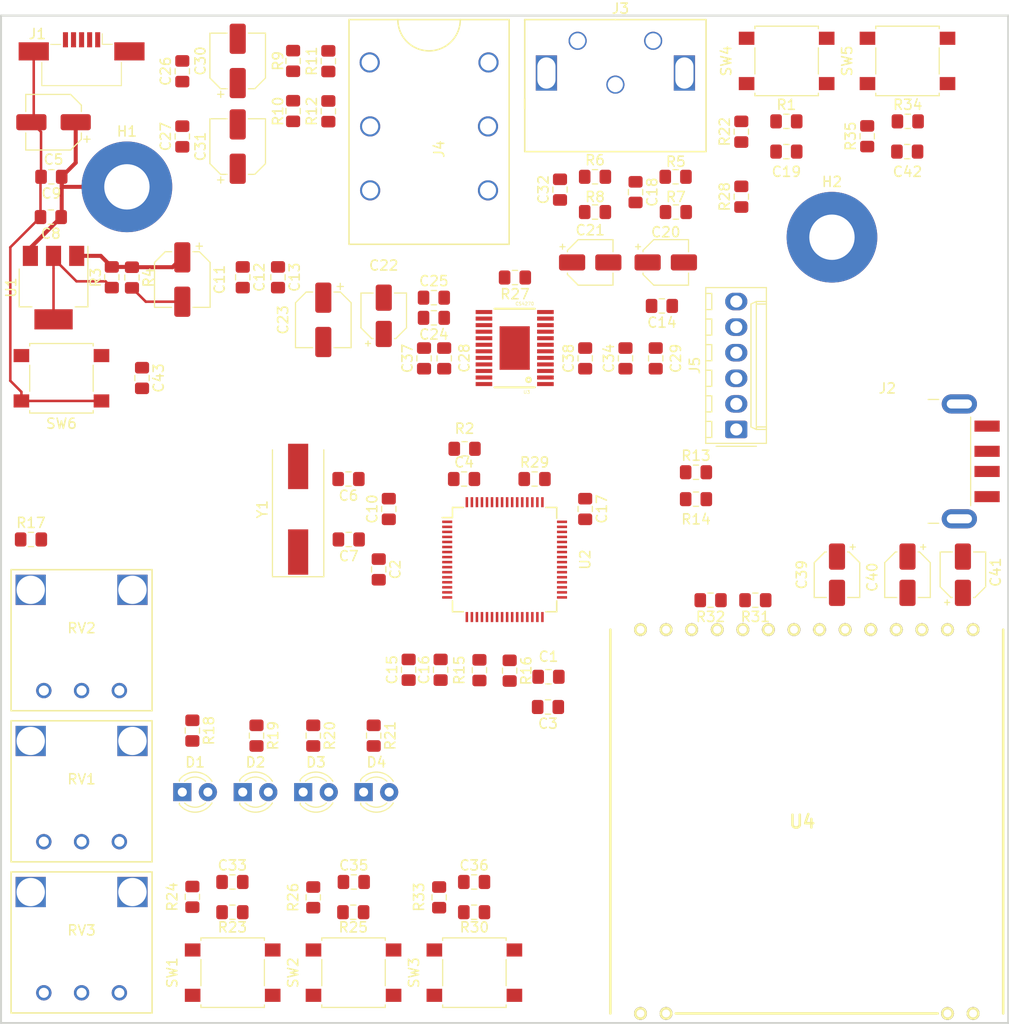
<source format=kicad_pcb>
(kicad_pcb (version 20171130) (host pcbnew "(5.0.2)-1")
  (layers (0 F.Cu signal) (31 B.Cu signal) (34 B.Paste user) (35 F.Paste user) (36 B.SilkS user) (37 F.SilkS user) (38 B.Mask user) (39 F.Mask user) (44 Edge.Cuts user))
  (net 0 "")
  (net 1 GNDD)
  (net 2 +3V3)
  (net 3 GNDA)
  (net 4 +5V)
  (net 5 "Net-(C6-Pad2)")
  (net 6 "Net-(C7-Pad2)")
  (net 7 "Net-(C10-Pad1)")
  (net 8 "Net-(C18-Pad1)")
  (net 9 /Button5)
  (net 10 /OUTR)
  (net 11 "Net-(C20-Pad2)")
  (net 12 "Net-(C21-Pad2)")
  (net 13 /OUTL)
  (net 14 "Net-(C23-Pad1)")
  (net 15 /INR)
  (net 16 /INL)
  (net 17 "Net-(C30-Pad2)")
  (net 18 "Net-(C31-Pad2)")
  (net 19 "Net-(C32-Pad2)")
  (net 20 /Button4)
  (net 21 /Button1)
  (net 22 /Button2)
  (net 23 "Net-(C39-Pad2)")
  (net 24 "Net-(C39-Pad1)")
  (net 25 "Net-(C40-Pad1)")
  (net 26 "Net-(C40-Pad2)")
  (net 27 "Net-(C41-Pad1)")
  (net 28 /Button3)
  (net 29 "Net-(D1-Pad2)")
  (net 30 "Net-(D2-Pad2)")
  (net 31 "Net-(D3-Pad2)")
  (net 32 "Net-(D4-Pad2)")
  (net 33 "Net-(J1-Pad4)")
  (net 34 "Net-(J1-Pad3)")
  (net 35 "Net-(J1-Pad2)")
  (net 36 "Net-(J2-Pad2)")
  (net 37 "Net-(J2-Pad3)")
  (net 38 /USB_ID)
  (net 39 "Net-(J4-Pad2)")
  (net 40 "Net-(J4-Pad1)")
  (net 41 /SWO)
  (net 42 /NRST)
  (net 43 /SWDIO)
  (net 44 /SWCLK)
  (net 45 "Net-(R2-Pad1)")
  (net 46 "Net-(R3-Pad2)")
  (net 47 /USB_DM)
  (net 48 /USB_DP)
  (net 49 /CODEC_SPI_SCK)
  (net 50 /CODEC_SPI_MISO)
  (net 51 "Net-(R17-Pad2)")
  (net 52 /LED1)
  (net 53 /LED2)
  (net 54 /LED3)
  (net 55 /LED4)
  (net 56 /I2S_SDOUT)
  (net 57 /SPI_MOSI)
  (net 58 "Net-(R34-Pad1)")
  (net 59 /POT3)
  (net 60 /POT2)
  (net 61 /POT1)
  (net 62 "Net-(U2-Pad2)")
  (net 63 "Net-(U2-Pad3)")
  (net 64 "Net-(U2-Pad4)")
  (net 65 "Net-(U2-Pad11)")
  (net 66 "Net-(U2-Pad17)")
  (net 67 /CODEC_CS)
  (net 68 /CODEC_SPI_MOSI)
  (net 69 "Net-(U2-Pad24)")
  (net 70 "Net-(U2-Pad25)")
  (net 71 /I2S_LRCK)
  (net 72 /I2S_SCLK)
  (net 73 /I2S_SDIN)
  (net 74 /I2S_MCLK)
  (net 75 "Net-(U2-Pad38)")
  (net 76 "Net-(U2-Pad39)")
  (net 77 "Net-(U2-Pad40)")
  (net 78 "Net-(U2-Pad41)")
  (net 79 /LCD_CS)
  (net 80 /LCD_SPI_SCK)
  (net 81 /LCD_SPI_MISO)
  (net 82 /LCD_SPI_MOSI)
  (net 83 "Net-(U2-Pad54)")
  (net 84 "Net-(U2-Pad61)")
  (net 85 "Net-(U2-Pad62)")
  (net 86 "Net-(U4-Pad1)")
  (net 87 "Net-(U4-Pad2)")
  (net 88 "Net-(U4-Pad14)")
  (net 89 "Net-(U4-Pad13)")
  (net 90 "Net-(U3-Pad24)")
  (net 91 "Net-(U3-Pad21)")
  (net 92 "Net-(C22-Pad1)")
  (net 93 "Net-(R1-Pad1)")
  (net 94 "Net-(R23-Pad1)")
  (net 95 "Net-(R25-Pad1)")
  (net 96 "Net-(R30-Pad1)")
  (module Package_QFP:LQFP-64_10x10mm_P0.5mm (layer F.Cu) (at 151 109)
    (fp_text reference U2 (at 8 0 90) (layer F.SilkS))
    (fp_text value STM32F411RETx)
    (pad 64 smd rect (at -3.75 -5.7 90) (size 1 0.25) (layers F.Cu F.Paste F.Mask) (net 2 +3V3))
    (pad 63 smd rect (at -3.25 -5.7 90) (size 1 0.25) (layers F.Cu F.Paste F.Mask) (net 1 GNDD))
    (pad 62 smd rect (at -2.75 -5.7 90) (size 1 0.25) (layers F.Cu F.Paste F.Mask) (net 85 "Net-(U2-Pad62)"))
    (pad 61 smd rect (at -2.25 -5.7 90) (size 1 0.25) (layers F.Cu F.Paste F.Mask) (net 84 "Net-(U2-Pad61)"))
    (pad 60 smd rect (at -1.75 -5.7 90) (size 1 0.25) (layers F.Cu F.Paste F.Mask) (net 45 "Net-(R2-Pad1)"))
    (pad 59 smd rect (at -1.25 -5.7 90) (size 1 0.25) (layers F.Cu F.Paste F.Mask) (net 50 /CODEC_SPI_MISO))
    (pad 58 smd rect (at -0.75 -5.7 90) (size 1 0.25) (layers F.Cu F.Paste F.Mask) (net 49 /CODEC_SPI_SCK))
    (pad 57 smd rect (at -0.25 -5.7 90) (size 1 0.25) (layers F.Cu F.Paste F.Mask) (net 20 /Button4))
    (pad 56 smd rect (at 0.25 -5.7 90) (size 1 0.25) (layers F.Cu F.Paste F.Mask) (net 9 /Button5))
    (pad 55 smd rect (at 0.75 -5.7 90) (size 1 0.25) (layers F.Cu F.Paste F.Mask) (net 41 /SWO))
    (pad 54 smd rect (at 1.25 -5.7 90) (size 1 0.25) (layers F.Cu F.Paste F.Mask) (net 83 "Net-(U2-Pad54)"))
    (pad 53 smd rect (at 1.75 -5.7 90) (size 1 0.25) (layers F.Cu F.Paste F.Mask) (net 82 /LCD_SPI_MOSI))
    (pad 52 smd rect (at 2.25 -5.7 90) (size 1 0.25) (layers F.Cu F.Paste F.Mask) (net 81 /LCD_SPI_MISO))
    (pad 51 smd rect (at 2.75 -5.7 90) (size 1 0.25) (layers F.Cu F.Paste F.Mask) (net 80 /LCD_SPI_SCK))
    (pad 50 smd rect (at 3.25 -5.7 90) (size 1 0.25) (layers F.Cu F.Paste F.Mask) (net 79 /LCD_CS))
    (pad 49 smd rect (at 3.75 -5.7 90) (size 1 0.25) (layers F.Cu F.Paste F.Mask) (net 44 /SWCLK))
    (pad 48 smd rect (at 5.7 -3.75) (size 1 0.25) (layers F.Cu F.Paste F.Mask) (net 2 +3V3))
    (pad 47 smd rect (at 5.7 -3.25) (size 1 0.25) (layers F.Cu F.Paste F.Mask) (net 1 GNDD))
    (pad 46 smd rect (at 5.7 -2.75) (size 1 0.25) (layers F.Cu F.Paste F.Mask) (net 43 /SWDIO))
    (pad 45 smd rect (at 5.7 -2.25) (size 1 0.25) (layers F.Cu F.Paste F.Mask) (net 47 /USB_DM))
    (pad 44 smd rect (at 5.7 -1.75) (size 1 0.25) (layers F.Cu F.Paste F.Mask) (net 48 /USB_DP))
    (pad 43 smd rect (at 5.7 -1.25) (size 1 0.25) (layers F.Cu F.Paste F.Mask) (net 38 /USB_ID))
    (pad 42 smd rect (at 5.7 -0.75) (size 1 0.25) (layers F.Cu F.Paste F.Mask) (net 4 +5V))
    (pad 41 smd rect (at 5.7 -0.25) (size 1 0.25) (layers F.Cu F.Paste F.Mask) (net 78 "Net-(U2-Pad41)"))
    (pad 40 smd rect (at 5.7 0.25) (size 1 0.25) (layers F.Cu F.Paste F.Mask) (net 77 "Net-(U2-Pad40)"))
    (pad 39 smd rect (at 5.7 0.75) (size 1 0.25) (layers F.Cu F.Paste F.Mask) (net 76 "Net-(U2-Pad39)"))
    (pad 38 smd rect (at 5.7 1.25) (size 1 0.25) (layers F.Cu F.Paste F.Mask) (net 75 "Net-(U2-Pad38)"))
    (pad 37 smd rect (at 5.7 1.75) (size 1 0.25) (layers F.Cu F.Paste F.Mask) (net 74 /I2S_MCLK))
    (pad 36 smd rect (at 5.7 2.25) (size 1 0.25) (layers F.Cu F.Paste F.Mask) (net 56 /I2S_SDOUT))
    (pad 35 smd rect (at 5.7 2.75) (size 1 0.25) (layers F.Cu F.Paste F.Mask) (net 73 /I2S_SDIN))
    (pad 34 smd rect (at 5.7 3.25) (size 1 0.25) (layers F.Cu F.Paste F.Mask) (net 72 /I2S_SCLK))
    (pad 33 smd rect (at 5.7 3.75) (size 1 0.25) (layers F.Cu F.Paste F.Mask) (net 71 /I2S_LRCK))
    (pad 32 smd rect (at 3.75 5.7 90) (size 1 0.25) (layers F.Cu F.Paste F.Mask) (net 2 +3V3))
    (pad 31 smd rect (at 3.25 5.7 90) (size 1 0.25) (layers F.Cu F.Paste F.Mask) (net 1 GNDD))
    (pad 30 smd rect (at 2.75 5.7 90) (size 1 0.25) (layers F.Cu F.Paste F.Mask) (net 7 "Net-(C10-Pad1)"))
    (pad 29 smd rect (at 2.25 5.7 90) (size 1 0.25) (layers F.Cu F.Paste F.Mask) (net 55 /LED4))
    (pad 28 smd rect (at 1.75 5.7 90) (size 1 0.25) (layers F.Cu F.Paste F.Mask) (net 54 /LED3))
    (pad 27 smd rect (at 1.25 5.7 90) (size 1 0.25) (layers F.Cu F.Paste F.Mask) (net 53 /LED2))
    (pad 26 smd rect (at 0.75 5.7 90) (size 1 0.25) (layers F.Cu F.Paste F.Mask) (net 52 /LED1))
    (pad 25 smd rect (at 0.25 5.7 90) (size 1 0.25) (layers F.Cu F.Paste F.Mask) (net 70 "Net-(U2-Pad25)"))
    (pad 24 smd rect (at -0.25 5.7 90) (size 1 0.25) (layers F.Cu F.Paste F.Mask) (net 69 "Net-(U2-Pad24)"))
    (pad 23 smd rect (at -0.75 5.7 90) (size 1 0.25) (layers F.Cu F.Paste F.Mask) (net 68 /CODEC_SPI_MOSI))
    (pad 22 smd rect (at -1.25 5.7 90) (size 1 0.25) (layers F.Cu F.Paste F.Mask) (net 50 /CODEC_SPI_MISO))
    (pad 21 smd rect (at -1.75 5.7 90) (size 1 0.25) (layers F.Cu F.Paste F.Mask) (net 49 /CODEC_SPI_SCK))
    (pad 20 smd rect (at -2.25 5.7 90) (size 1 0.25) (layers F.Cu F.Paste F.Mask) (net 67 /CODEC_CS))
    (pad 19 smd rect (at -2.75 5.7 90) (size 1 0.25) (layers F.Cu F.Paste F.Mask) (net 2 +3V3))
    (pad 18 smd rect (at -3.25 5.7 90) (size 1 0.25) (layers F.Cu F.Paste F.Mask) (net 1 GNDD))
    (pad 17 smd rect (at -3.75 5.7 90) (size 1 0.25) (layers F.Cu F.Paste F.Mask) (net 66 "Net-(U2-Pad17)"))
    (pad 16 smd rect (at -5.7 3.75) (size 1 0.25) (layers F.Cu F.Paste F.Mask) (net 59 /POT3))
    (pad 15 smd rect (at -5.7 3.25) (size 1 0.25) (layers F.Cu F.Paste F.Mask) (net 60 /POT2))
    (pad 14 smd rect (at -5.7 2.75) (size 1 0.25) (layers F.Cu F.Paste F.Mask) (net 61 /POT1))
    (pad 13 smd rect (at -5.7 2.25) (size 1 0.25) (layers F.Cu F.Paste F.Mask) (net 2 +3V3))
    (pad 12 smd rect (at -5.7 1.75) (size 1 0.25) (layers F.Cu F.Paste F.Mask) (net 3 GNDA))
    (pad 11 smd rect (at -5.7 1.25) (size 1 0.25) (layers F.Cu F.Paste F.Mask) (net 65 "Net-(U2-Pad11)"))
    (pad 10 smd rect (at -5.7 0.75) (size 1 0.25) (layers F.Cu F.Paste F.Mask) (net 28 /Button3))
    (pad 9 smd rect (at -5.7 0.25) (size 1 0.25) (layers F.Cu F.Paste F.Mask) (net 22 /Button2))
    (pad 8 smd rect (at -5.7 -0.25) (size 1 0.25) (layers F.Cu F.Paste F.Mask) (net 21 /Button1))
    (pad 7 smd rect (at -5.7 -0.75) (size 1 0.25) (layers F.Cu F.Paste F.Mask) (net 42 /NRST))
    (pad 6 smd rect (at -5.7 -1.25) (size 1 0.25) (layers F.Cu F.Paste F.Mask) (net 6 "Net-(C7-Pad2)"))
    (pad 5 smd rect (at -5.7 -1.75) (size 1 0.25) (layers F.Cu F.Paste F.Mask) (net 5 "Net-(C6-Pad2)"))
    (pad 4 smd rect (at -5.7 -2.25) (size 1 0.25) (layers F.Cu F.Paste F.Mask) (net 64 "Net-(U2-Pad4)"))
    (pad 3 smd rect (at -5.7 -2.75) (size 1 0.25) (layers F.Cu F.Paste F.Mask) (net 63 "Net-(U2-Pad3)"))
    (pad 2 smd rect (at -5.7 -3.25) (size 1 0.25) (layers F.Cu F.Paste F.Mask) (net 62 "Net-(U2-Pad2)"))
    (pad 1 smd rect (at -5.7 -3.75) (size 1 0.25) (layers F.Cu F.Paste F.Mask) (net 2 +3V3))
  )
  (module Lab1:6.35_stero_jack_socket (layer F.Cu) (at 143.5 66)
    (fp_text reference J4 (at 1 2.25 -270) (layer F.SilkS))
    (fp_text value Conn_01x06_Female)
    (pad 2 thru_hole circle (at -5.85 0) (size 2 2) (drill 1.6) (layers *.Cu *.Mask) (net 39 "Net-(J4-Pad2)"))
    (pad 5 thru_hole circle (at 5.85 0) (size 2 2) (drill 1.6) (layers *.Cu *.Mask) (net 39 "Net-(J4-Pad2)"))
    (pad 3 thru_hole circle (at -5.85 6.35) (size 2 2) (drill 1.6) (layers *.Cu *.Mask) (net 3 GNDA))
    (pad 6 thru_hole circle (at 5.85 6.35) (size 2 2) (drill 1.6) (layers *.Cu *.Mask) (net 3 GNDA))
    (pad 1 thru_hole circle (at -5.9 -6.35) (size 2 2) (drill 1.6) (layers *.Cu *.Mask) (net 40 "Net-(J4-Pad1)"))
    (pad 4 thru_hole circle (at 5.9 -6.35) (size 2 2) (drill 1.6) (layers *.Cu *.Mask) (net 40 "Net-(J4-Pad1)"))
  )
  (module Capacitor_SMD:C_0805_2012Metric_Pad1.15x1.40mm_HandSolder (layer F.Cu) (at 155.355875 120.630562 180)
    (fp_text reference C1 (at 0 2 180) (layer F.SilkS))
    (fp_text value 100n)
    (pad 1 smd roundrect (at -1.025 0 180) (size 1.15 1.4) (layers F.Cu F.Paste F.Mask) (roundrect_rratio 0.217391) (net 2 +3V3))
    (pad 2 smd roundrect (at 1.025 0 180) (size 1.15 1.4) (layers F.Cu F.Paste F.Mask) (roundrect_rratio 0.217391) (net 1 GNDD))
  )
  (module Capacitor_SMD:C_0805_2012Metric_Pad1.15x1.40mm_HandSolder (layer F.Cu) (at 138.5 109.975 270)
    (fp_text reference C2 (at 0 -1.65 270) (layer F.SilkS))
    (fp_text value 100n)
    (pad 1 smd roundrect (at -1.025 0 270) (size 1.15 1.4) (layers F.Cu F.Paste F.Mask) (roundrect_rratio 0.217391) (net 2 +3V3))
    (pad 2 smd roundrect (at 1.025 0 270) (size 1.15 1.4) (layers F.Cu F.Paste F.Mask) (roundrect_rratio 0.217391) (net 1 GNDD))
  )
  (module Capacitor_SMD:C_0805_2012Metric_Pad1.15x1.40mm_HandSolder (layer F.Cu) (at 155.305875 123.630562 180)
    (fp_text reference C3 (at 0 -1.65 180) (layer F.SilkS))
    (fp_text value 100n)
    (pad 1 smd roundrect (at -1.025 0 180) (size 1.15 1.4) (layers F.Cu F.Paste F.Mask) (roundrect_rratio 0.217391) (net 2 +3V3))
    (pad 2 smd roundrect (at 1.025 0 180) (size 1.15 1.4) (layers F.Cu F.Paste F.Mask) (roundrect_rratio 0.217391) (net 1 GNDD))
  )
  (module Capacitor_SMD:C_0805_2012Metric_Pad1.15x1.40mm_HandSolder (layer F.Cu) (at 146.975 101)
    (fp_text reference C4 (at 0 -1.65) (layer F.SilkS))
    (fp_text value 100n)
    (pad 2 smd roundrect (at 1.025 0) (size 1.15 1.4) (layers F.Cu F.Paste F.Mask) (roundrect_rratio 0.217391) (net 1 GNDD))
    (pad 1 smd roundrect (at -1.025 0) (size 1.15 1.4) (layers F.Cu F.Paste F.Mask) (roundrect_rratio 0.217391) (net 2 +3V3))
  )
  (module Capacitor_SMD:CP_Elec_5x5.9 (layer F.Cu) (at 106.216425 65.584034 180)
    (fp_text reference C5 (at 0 -3.7 180) (layer F.SilkS))
    (fp_text value 10u)
    (pad 2 smd roundrect (at 2.2 0 180) (size 3 1.6) (layers F.Cu F.Paste F.Mask) (roundrect_rratio 0.15625) (net 3 GNDA))
    (pad 1 smd roundrect (at -2.2 0 180) (size 3 1.6) (layers F.Cu F.Paste F.Mask) (roundrect_rratio 0.15625) (net 4 +5V))
  )
  (module Capacitor_SMD:C_0805_2012Metric_Pad1.15x1.40mm_HandSolder (layer F.Cu) (at 135.5 101 180)
    (fp_text reference C6 (at 0 -1.65 180) (layer F.SilkS))
    (fp_text value 18p)
    (pad 2 smd roundrect (at 1.025 0 180) (size 1.15 1.4) (layers F.Cu F.Paste F.Mask) (roundrect_rratio 0.217391) (net 5 "Net-(C6-Pad2)"))
    (pad 1 smd roundrect (at -1.025 0 180) (size 1.15 1.4) (layers F.Cu F.Paste F.Mask) (roundrect_rratio 0.217391) (net 3 GNDA))
  )
  (module Capacitor_SMD:C_0805_2012Metric_Pad1.15x1.40mm_HandSolder (layer F.Cu) (at 135.525 107 180)
    (fp_text reference C7 (at 0 -1.65 180) (layer F.SilkS))
    (fp_text value 18p)
    (pad 2 smd roundrect (at 1.025 0 180) (size 1.15 1.4) (layers F.Cu F.Paste F.Mask) (roundrect_rratio 0.217391) (net 6 "Net-(C7-Pad2)"))
    (pad 1 smd roundrect (at -1.025 0 180) (size 1.15 1.4) (layers F.Cu F.Paste F.Mask) (roundrect_rratio 0.217391) (net 3 GNDA))
  )
  (module Capacitor_SMD:C_0805_2012Metric_Pad1.15x1.40mm_HandSolder (layer F.Cu) (at 105.945854 75 180)
    (fp_text reference C8 (at 0 -1.65 180) (layer F.SilkS))
    (fp_text value 100n)
    (pad 2 smd roundrect (at 1.025 0 180) (size 1.15 1.4) (layers F.Cu F.Paste F.Mask) (roundrect_rratio 0.217391) (net 3 GNDA))
    (pad 1 smd roundrect (at -1.025 0 180) (size 1.15 1.4) (layers F.Cu F.Paste F.Mask) (roundrect_rratio 0.217391) (net 4 +5V))
  )
  (module Capacitor_SMD:C_0805_2012Metric_Pad1.15x1.40mm_HandSolder (layer F.Cu) (at 106 71 180)
    (fp_text reference C9 (at 0 -1.65 180) (layer F.SilkS))
    (fp_text value 100n)
    (pad 1 smd roundrect (at -1.025 0 180) (size 1.15 1.4) (layers F.Cu F.Paste F.Mask) (roundrect_rratio 0.217391) (net 4 +5V))
    (pad 2 smd roundrect (at 1.025 0 180) (size 1.15 1.4) (layers F.Cu F.Paste F.Mask) (roundrect_rratio 0.217391) (net 3 GNDA))
  )
  (module Capacitor_SMD:C_0805_2012Metric_Pad1.15x1.40mm_HandSolder (layer F.Cu) (at 139.5 103.975 90)
    (fp_text reference C10 (at 0 -1.65 90) (layer F.SilkS))
    (fp_text value 100n)
    (pad 1 smd roundrect (at -1.025 0 90) (size 1.15 1.4) (layers F.Cu F.Paste F.Mask) (roundrect_rratio 0.217391) (net 7 "Net-(C10-Pad1)"))
    (pad 2 smd roundrect (at 1.025 0 90) (size 1.15 1.4) (layers F.Cu F.Paste F.Mask) (roundrect_rratio 0.217391) (net 3 GNDA))
  )
  (module Capacitor_SMD:CP_Elec_5x5.9 (layer F.Cu) (at 119 81.2 270)
    (fp_text reference C11 (at 0 -3.7 270) (layer F.SilkS))
    (fp_text value 10u)
    (pad 1 smd roundrect (at -2.2 0 270) (size 3 1.6) (layers F.Cu F.Paste F.Mask) (roundrect_rratio 0.15625) (net 2 +3V3))
    (pad 2 smd roundrect (at 2.2 0 270) (size 3 1.6) (layers F.Cu F.Paste F.Mask) (roundrect_rratio 0.15625) (net 3 GNDA))
  )
  (module Capacitor_SMD:C_0805_2012Metric_Pad1.15x1.40mm_HandSolder (layer F.Cu) (at 125 80.975 270)
    (fp_text reference C12 (at 0 -1.65 270) (layer F.SilkS))
    (fp_text value 100n)
    (pad 2 smd roundrect (at 1.025 0 270) (size 1.15 1.4) (layers F.Cu F.Paste F.Mask) (roundrect_rratio 0.217391) (net 3 GNDA))
    (pad 1 smd roundrect (at -1.025 0 270) (size 1.15 1.4) (layers F.Cu F.Paste F.Mask) (roundrect_rratio 0.217391) (net 2 +3V3))
  )
  (module Capacitor_SMD:C_0805_2012Metric_Pad1.15x1.40mm_HandSolder (layer F.Cu) (at 128.5 80.975 270)
    (fp_text reference C13 (at 0 -1.65 270) (layer F.SilkS))
    (fp_text value 100n)
    (pad 2 smd roundrect (at 1.025 0 270) (size 1.15 1.4) (layers F.Cu F.Paste F.Mask) (roundrect_rratio 0.217391) (net 3 GNDA))
    (pad 1 smd roundrect (at -1.025 0 270) (size 1.15 1.4) (layers F.Cu F.Paste F.Mask) (roundrect_rratio 0.217391) (net 2 +3V3))
  )
  (module Capacitor_SMD:C_0805_2012Metric_Pad1.15x1.40mm_HandSolder (layer F.Cu) (at 166.615 83.82 180)
    (fp_text reference C14 (at 0 -1.65 180) (layer F.SilkS))
    (fp_text value 100n)
    (pad 1 smd roundrect (at -1.025 0 180) (size 1.15 1.4) (layers F.Cu F.Paste F.Mask) (roundrect_rratio 0.217391) (net 2 +3V3))
    (pad 2 smd roundrect (at 1.025 0 180) (size 1.15 1.4) (layers F.Cu F.Paste F.Mask) (roundrect_rratio 0.217391) (net 1 GNDD))
  )
  (module Capacitor_SMD:C_0805_2012Metric_Pad1.15x1.40mm_HandSolder (layer F.Cu) (at 144.645 119.935 90)
    (fp_text reference C16 (at 0 -1.65 90) (layer F.SilkS))
    (fp_text value 100n)
    (pad 1 smd roundrect (at -1.025 0 90) (size 1.15 1.4) (layers F.Cu F.Paste F.Mask) (roundrect_rratio 0.217391) (net 2 +3V3))
    (pad 2 smd roundrect (at 1.025 0 90) (size 1.15 1.4) (layers F.Cu F.Paste F.Mask) (roundrect_rratio 0.217391) (net 3 GNDA))
  )
  (module Capacitor_SMD:C_0805_2012Metric_Pad1.15x1.40mm_HandSolder (layer F.Cu) (at 159 103.975 270)
    (fp_text reference C17 (at 0 -1.65 270) (layer F.SilkS))
    (fp_text value 4.7u)
    (pad 2 smd roundrect (at 1.025 0 270) (size 1.15 1.4) (layers F.Cu F.Paste F.Mask) (roundrect_rratio 0.217391) (net 1 GNDD))
    (pad 1 smd roundrect (at -1.025 0 270) (size 1.15 1.4) (layers F.Cu F.Paste F.Mask) (roundrect_rratio 0.217391) (net 2 +3V3))
  )
  (module Capacitor_SMD:C_0805_2012Metric_Pad1.15x1.40mm_HandSolder (layer F.Cu) (at 164 72.525 270)
    (fp_text reference C18 (at 0 -1.65 270) (layer F.SilkS))
    (fp_text value 2700p)
    (pad 1 smd roundrect (at -1.025 0 270) (size 1.15 1.4) (layers F.Cu F.Paste F.Mask) (roundrect_rratio 0.217391) (net 8 "Net-(C18-Pad1)"))
    (pad 2 smd roundrect (at 1.025 0 270) (size 1.15 1.4) (layers F.Cu F.Paste F.Mask) (roundrect_rratio 0.217391) (net 3 GNDA))
  )
  (module Capacitor_SMD:C_0805_2012Metric_Pad1.15x1.40mm_HandSolder (layer F.Cu) (at 143.975 85 180)
    (fp_text reference C24 (at 0 -1.65 180) (layer F.SilkS))
    (fp_text value 0.1u)
    (pad 2 smd roundrect (at 1.025 0 180) (size 1.15 1.4) (layers F.Cu F.Paste F.Mask) (roundrect_rratio 0.217391) (net 3 GNDA))
    (pad 1 smd roundrect (at -1.025 0 180) (size 1.15 1.4) (layers F.Cu F.Paste F.Mask) (roundrect_rratio 0.217391) (net 92 "Net-(C22-Pad1)"))
  )
  (module Capacitor_SMD:C_0805_2012Metric_Pad1.15x1.40mm_HandSolder (layer F.Cu) (at 143.975 83)
    (fp_text reference C25 (at 0 -1.65) (layer F.SilkS))
    (fp_text value 0.1u)
    (pad 2 smd roundrect (at 1.025 0) (size 1.15 1.4) (layers F.Cu F.Paste F.Mask) (roundrect_rratio 0.217391) (net 14 "Net-(C23-Pad1)"))
    (pad 1 smd roundrect (at -1.025 0) (size 1.15 1.4) (layers F.Cu F.Paste F.Mask) (roundrect_rratio 0.217391) (net 3 GNDA))
  )
  (module Capacitor_SMD:C_0805_2012Metric_Pad1.15x1.40mm_HandSolder (layer F.Cu) (at 119 60.525 90)
    (fp_text reference C26 (at 0 -1.65 90) (layer F.SilkS))
    (fp_text value 200p)
    (pad 1 smd roundrect (at -1.025 0 90) (size 1.15 1.4) (layers F.Cu F.Paste F.Mask) (roundrect_rratio 0.217391) (net 15 /INR))
    (pad 2 smd roundrect (at 1.025 0 90) (size 1.15 1.4) (layers F.Cu F.Paste F.Mask) (roundrect_rratio 0.217391) (net 3 GNDA))
  )
  (module Capacitor_SMD:C_0805_2012Metric_Pad1.15x1.40mm_HandSolder (layer F.Cu) (at 119 67 90)
    (fp_text reference C27 (at 0 -1.65 90) (layer F.SilkS))
    (fp_text value 200p)
    (pad 1 smd roundrect (at -1.025 0 90) (size 1.15 1.4) (layers F.Cu F.Paste F.Mask) (roundrect_rratio 0.217391) (net 16 /INL))
    (pad 2 smd roundrect (at 1.025 0 90) (size 1.15 1.4) (layers F.Cu F.Paste F.Mask) (roundrect_rratio 0.217391) (net 3 GNDA))
  )
  (module Capacitor_SMD:CP_Elec_5x5.9 (layer F.Cu) (at 124.5 59.5 90)
    (fp_text reference C30 (at 0 -3.7 90) (layer F.SilkS))
    (fp_text value 10u)
    (pad 1 smd roundrect (at -2.2 0 90) (size 3 1.6) (layers F.Cu F.Paste F.Mask) (roundrect_rratio 0.15625) (net 15 /INR))
    (pad 2 smd roundrect (at 2.2 0 90) (size 3 1.6) (layers F.Cu F.Paste F.Mask) (roundrect_rratio 0.15625) (net 17 "Net-(C30-Pad2)"))
  )
  (module Capacitor_SMD:CP_Elec_5x5.9 (layer F.Cu) (at 124.5 68 90)
    (fp_text reference C31 (at 0 -3.7 90) (layer F.SilkS))
    (fp_text value 10u)
    (pad 2 smd roundrect (at 2.2 0 90) (size 3 1.6) (layers F.Cu F.Paste F.Mask) (roundrect_rratio 0.15625) (net 18 "Net-(C31-Pad2)"))
    (pad 1 smd roundrect (at -2.2 0 90) (size 3 1.6) (layers F.Cu F.Paste F.Mask) (roundrect_rratio 0.15625) (net 16 /INL))
  )
  (module Capacitor_SMD:C_0805_2012Metric_Pad1.15x1.40mm_HandSolder (layer F.Cu) (at 156.5 72.275 90)
    (fp_text reference C32 (at 0 -1.65 90) (layer F.SilkS))
    (fp_text value 2700p)
    (pad 1 smd roundrect (at -1.025 0 90) (size 1.15 1.4) (layers F.Cu F.Paste F.Mask) (roundrect_rratio 0.217391) (net 3 GNDA))
    (pad 2 smd roundrect (at 1.025 0 90) (size 1.15 1.4) (layers F.Cu F.Paste F.Mask) (roundrect_rratio 0.217391) (net 19 "Net-(C32-Pad2)"))
  )
  (module Capacitor_SMD:C_0805_2012Metric_Pad1.15x1.40mm_HandSolder (layer F.Cu) (at 163 89.025 90)
    (fp_text reference C34 (at 0 -1.65 90) (layer F.SilkS))
    (fp_text value 0.1u)
    (pad 1 smd roundrect (at -1.025 0 90) (size 1.15 1.4) (layers F.Cu F.Paste F.Mask) (roundrect_rratio 0.217391) (net 2 +3V3))
    (pad 2 smd roundrect (at 1.025 0 90) (size 1.15 1.4) (layers F.Cu F.Paste F.Mask) (roundrect_rratio 0.217391) (net 1 GNDD))
  )
  (module LED_THT:LED_D3.0mm (layer F.Cu) (at 119 132.08)
    (fp_text reference D1 (at 1.27 -2.96) (layer F.SilkS))
    (fp_text value LED)
    (pad 2 thru_hole circle (at 2.54 0) (size 1.8 1.8) (drill 0.9) (layers *.Cu *.Mask) (net 29 "Net-(D1-Pad2)"))
    (pad 1 thru_hole rect (at 0 0) (size 1.8 1.8) (drill 0.9) (layers *.Cu *.Mask) (net 3 GNDA))
  )
  (module LED_THT:LED_D3.0mm (layer F.Cu) (at 125 132.08)
    (fp_text reference D2 (at 1.27 -2.96) (layer F.SilkS))
    (fp_text value LED)
    (pad 1 thru_hole rect (at 0 0) (size 1.8 1.8) (drill 0.9) (layers *.Cu *.Mask) (net 3 GNDA))
    (pad 2 thru_hole circle (at 2.54 0) (size 1.8 1.8) (drill 0.9) (layers *.Cu *.Mask) (net 30 "Net-(D2-Pad2)"))
  )
  (module LED_THT:LED_D3.0mm (layer F.Cu) (at 131 132.08)
    (fp_text reference D3 (at 1.27 -2.96) (layer F.SilkS))
    (fp_text value LED)
    (pad 2 thru_hole circle (at 2.54 0) (size 1.8 1.8) (drill 0.9) (layers *.Cu *.Mask) (net 31 "Net-(D3-Pad2)"))
    (pad 1 thru_hole rect (at 0 0) (size 1.8 1.8) (drill 0.9) (layers *.Cu *.Mask) (net 3 GNDA))
  )
  (module LED_THT:LED_D3.0mm (layer F.Cu) (at 137 132.08)
    (fp_text reference D4 (at 1.27 -2.96) (layer F.SilkS))
    (fp_text value LED)
    (pad 1 thru_hole rect (at 0 0) (size 1.8 1.8) (drill 0.9) (layers *.Cu *.Mask) (net 3 GNDA))
    (pad 2 thru_hole circle (at 2.54 0) (size 1.8 1.8) (drill 0.9) (layers *.Cu *.Mask) (net 32 "Net-(D4-Pad2)"))
  )
  (module MountingHole:MountingHole_4.5mm_Pad (layer F.Cu) (at 113.5 72)
    (fp_text reference H1 (at 0 -5.5) (layer F.SilkS))
    (fp_text value MountingHole_Pad)
    (pad 1 thru_hole circle (at 0 0) (size 9 9) (drill 4.5) (layers *.Cu *.Mask) (net 4 +5V))
  )
  (module MountingHole:MountingHole_4.5mm_Pad (layer F.Cu) (at 183.5 77)
    (fp_text reference H2 (at 0 -5.5) (layer F.SilkS))
    (fp_text value MountingHole_Pad)
    (pad 1 thru_hole circle (at 0 0) (size 9 9) (drill 4.5) (layers *.Cu *.Mask) (net 1 GNDD))
  )
  (module Connector_USB:USB_Mini-B_AdamTech_MUSB-B5-S-VT-TSMT-1_SMD_Vertical (layer F.Cu) (at 109 59 270)
    (fp_text reference J1 (at -2.18 4.39) (layer F.SilkS))
    (fp_text value USB_OTG)
    (pad "" np_thru_hole circle (at 1.85 3) (size 1 1) (drill 1) (layers *.Cu *.Mask))
    (pad "" np_thru_hole circle (at 1.85 -3) (size 1 1) (drill 1) (layers *.Cu *.Mask))
    (pad 5 smd rect (at -1.6 1.6) (size 0.5 1.5) (layers F.Cu F.Paste F.Mask) (net 3 GNDA))
    (pad 4 smd rect (at -1.6 0.8) (size 0.5 1.5) (layers F.Cu F.Paste F.Mask) (net 33 "Net-(J1-Pad4)"))
    (pad 3 smd rect (at -1.6 0) (size 0.5 1.5) (layers F.Cu F.Paste F.Mask) (net 34 "Net-(J1-Pad3)"))
    (pad 2 smd rect (at -1.6 -0.8) (size 0.5 1.5) (layers F.Cu F.Paste F.Mask) (net 35 "Net-(J1-Pad2)"))
    (pad 1 smd rect (at -1.6 -1.6) (size 0.5 1.5) (layers F.Cu F.Paste F.Mask) (net 4 +5V))
    (pad 6 smd rect (at -0.45 4.75) (size 3 1.8) (layers F.Cu F.Paste F.Mask) (net 3 GNDA))
    (pad 6 smd rect (at -0.45 -4.75) (size 3 1.8) (layers F.Cu F.Paste F.Mask) (net 3 GNDA))
  )
  (module Lab1:USB_A_remade (layer F.Cu) (at 189.25 99.25 180)
    (fp_text reference J2 (at 0.25 7.25 180) (layer F.SilkS))
    (fp_text value USB_B_Micro)
    (pad 2 smd rect (at -9.65 -1 180) (size 2.5 1.1) (layers F.Cu F.Paste F.Mask) (net 36 "Net-(J2-Pad2)"))
    (pad 3 smd rect (at -9.65 1 180) (size 2.5 1.1) (layers F.Cu F.Paste F.Mask) (net 37 "Net-(J2-Pad3)"))
    (pad 1 smd rect (at -9.65 -3.5 180) (size 2.5 1.1) (layers F.Cu F.Paste F.Mask) (net 4 +5V))
    (pad 4 smd rect (at -9.65 3.5 180) (size 2.5 1.1) (layers F.Cu F.Paste F.Mask) (net 38 /USB_ID))
    (pad 6 thru_hole oval (at -6.9 -5.7 180) (size 3.5 1.9) (drill oval 2.5 0.9) (layers *.Cu *.Mask) (net 1 GNDD))
    (pad 5 thru_hole oval (at -6.9 5.7 180) (size 3.5 1.9) (drill oval 2.5 0.9) (layers *.Cu *.Mask) (net 1 GNDD))
    (pad "" np_thru_hole circle (at -6.9 -2.25 180) (size 1.1 1.1) (drill 1.1) (layers *.Cu *.Mask))
    (pad "" np_thru_hole circle (at -6.9 2.25 180) (size 1.1 1.1) (drill 1.1) (layers *.Cu *.Mask))
  )
  (module Lab1:RCA (layer F.Cu) (at 162 57.5)
    (fp_text reference J3 (at 0.5 -3.2) (layer F.SilkS))
    (fp_text value Conn_01x03_Female)
    (pad 3 thru_hole circle (at 3.75 0) (size 1.8 1.8) (drill 1.5) (layers *.Cu *.Mask) (net 8 "Net-(C18-Pad1)"))
    (pad 2 thru_hole circle (at -3.75 0) (size 1.8 1.8) (drill 1.5) (layers *.Cu *.Mask) (net 19 "Net-(C32-Pad2)"))
    (pad 1 thru_hole circle (at 0 4.35) (size 1.8 1.8) (drill 1.5) (layers *.Cu *.Mask) (net 3 GNDA))
    (pad "" np_thru_hole rect (at -6.85 3.2) (size 2.1 3.5) (drill oval 1.8 3.1) (layers *.Cu *.Mask))
    (pad "" np_thru_hole rect (at 6.85 3.2) (size 2.1 3.5) (drill oval 1.8 3.1) (layers *.Cu *.Mask))
  )
  (module Connector_Molex:Molex_KK-254_AE-6410-06A_1x06_P2.54mm_Vertical (layer F.Cu) (at 174 96.08 90)
    (fp_text reference J5 (at 6.35 -4.12 90) (layer F.SilkS))
    (fp_text value Conn_01x06_Female)
    (pad 1 thru_hole roundrect (at 0 0 90) (size 1.74 2.2) (drill 1.2) (layers *.Cu *.Mask) (roundrect_rratio 0.143678) (net 41 /SWO))
    (pad 2 thru_hole oval (at 2.54 0 90) (size 1.74 2.2) (drill 1.2) (layers *.Cu *.Mask) (net 42 /NRST))
    (pad 3 thru_hole oval (at 5.08 0 90) (size 1.74 2.2) (drill 1.2) (layers *.Cu *.Mask) (net 43 /SWDIO))
    (pad 4 thru_hole oval (at 7.62 0 90) (size 1.74 2.2) (drill 1.2) (layers *.Cu *.Mask) (net 1 GNDD))
    (pad 5 thru_hole oval (at 10.16 0 90) (size 1.74 2.2) (drill 1.2) (layers *.Cu *.Mask) (net 44 /SWCLK))
    (pad 6 thru_hole oval (at 12.7 0 90) (size 1.74 2.2) (drill 1.2) (layers *.Cu *.Mask) (net 2 +3V3))
  )
  (module Resistor_SMD:R_0805_2012Metric_Pad1.15x1.40mm_HandSolder (layer F.Cu) (at 147.025 98 180)
    (fp_text reference R2 (at 0 2 180) (layer F.SilkS))
    (fp_text value 10K)
    (pad 2 smd roundrect (at 1.025 0 180) (size 1.15 1.4) (layers F.Cu F.Paste F.Mask) (roundrect_rratio 0.217391) (net 1 GNDD))
    (pad 1 smd roundrect (at -1.025 0 180) (size 1.15 1.4) (layers F.Cu F.Paste F.Mask) (roundrect_rratio 0.217391) (net 45 "Net-(R2-Pad1)"))
  )
  (module Resistor_SMD:R_0805_2012Metric_Pad1.15x1.40mm_HandSolder (layer F.Cu) (at 112 80.975 270)
    (fp_text reference R3 (at 0.025 1.6 270) (layer F.SilkS))
    (fp_text value 1.8k)
    (pad 1 smd roundrect (at -1.025 0 270) (size 1.15 1.4) (layers F.Cu F.Paste F.Mask) (roundrect_rratio 0.217391) (net 2 +3V3))
    (pad 2 smd roundrect (at 1.025 0 270) (size 1.15 1.4) (layers F.Cu F.Paste F.Mask) (roundrect_rratio 0.217391) (net 46 "Net-(R3-Pad2)"))
  )
  (module Resistor_SMD:R_0805_2012Metric_Pad1.15x1.40mm_HandSolder (layer F.Cu) (at 114 81 270)
    (fp_text reference R4 (at 0 -1.65 270) (layer F.SilkS))
    (fp_text value 3.3k)
    (pad 2 smd roundrect (at 1.025 0 270) (size 1.15 1.4) (layers F.Cu F.Paste F.Mask) (roundrect_rratio 0.217391) (net 3 GNDA))
    (pad 1 smd roundrect (at -1.025 0 270) (size 1.15 1.4) (layers F.Cu F.Paste F.Mask) (roundrect_rratio 0.217391) (net 2 +3V3))
  )
  (module Resistor_SMD:R_0805_2012Metric_Pad1.15x1.40mm_HandSolder (layer F.Cu) (at 167.975 71)
    (fp_text reference R5 (at 0.025 -1.5) (layer F.SilkS))
    (fp_text value 470)
    (pad 1 smd roundrect (at -1.025 0) (size 1.15 1.4) (layers F.Cu F.Paste F.Mask) (roundrect_rratio 0.217391) (net 8 "Net-(C18-Pad1)"))
    (pad 2 smd roundrect (at 1.025 0) (size 1.15 1.4) (layers F.Cu F.Paste F.Mask) (roundrect_rratio 0.217391) (net 11 "Net-(C20-Pad2)"))
  )
  (module Resistor_SMD:R_0805_2012Metric_Pad1.15x1.40mm_HandSolder (layer F.Cu) (at 159.975 71)
    (fp_text reference R6 (at 0 -1.65) (layer F.SilkS))
    (fp_text value 470)
    (pad 1 smd roundrect (at -1.025 0) (size 1.15 1.4) (layers F.Cu F.Paste F.Mask) (roundrect_rratio 0.217391) (net 19 "Net-(C32-Pad2)"))
    (pad 2 smd roundrect (at 1.025 0) (size 1.15 1.4) (layers F.Cu F.Paste F.Mask) (roundrect_rratio 0.217391) (net 12 "Net-(C21-Pad2)"))
  )
  (module Resistor_SMD:R_0805_2012Metric_Pad1.15x1.40mm_HandSolder (layer F.Cu) (at 168 74.5 180)
    (fp_text reference R7 (at 0 1.5 180) (layer F.SilkS))
    (fp_text value 10k)
    (pad 2 smd roundrect (at 1.025 0 180) (size 1.15 1.4) (layers F.Cu F.Paste F.Mask) (roundrect_rratio 0.217391) (net 3 GNDA))
    (pad 1 smd roundrect (at -1.025 0 180) (size 1.15 1.4) (layers F.Cu F.Paste F.Mask) (roundrect_rratio 0.217391) (net 11 "Net-(C20-Pad2)"))
  )
  (module Resistor_SMD:R_0805_2012Metric_Pad1.15x1.40mm_HandSolder (layer F.Cu) (at 159.975 74.5 180)
    (fp_text reference R8 (at 0 1.5 180) (layer F.SilkS))
    (fp_text value 10k)
    (pad 2 smd roundrect (at 1.025 0 180) (size 1.15 1.4) (layers F.Cu F.Paste F.Mask) (roundrect_rratio 0.217391) (net 3 GNDA))
    (pad 1 smd roundrect (at -1.025 0 180) (size 1.15 1.4) (layers F.Cu F.Paste F.Mask) (roundrect_rratio 0.217391) (net 12 "Net-(C21-Pad2)"))
  )
  (module Resistor_SMD:R_0805_2012Metric_Pad1.15x1.40mm_HandSolder (layer F.Cu) (at 130 59.5 270)
    (fp_text reference R9 (at 0 1.5 270) (layer F.SilkS))
    (fp_text value 2k2)
    (pad 1 smd roundrect (at -1.025 0 270) (size 1.15 1.4) (layers F.Cu F.Paste F.Mask) (roundrect_rratio 0.217391) (net 17 "Net-(C30-Pad2)"))
    (pad 2 smd roundrect (at 1.025 0 270) (size 1.15 1.4) (layers F.Cu F.Paste F.Mask) (roundrect_rratio 0.217391) (net 3 GNDA))
  )
  (module Resistor_SMD:R_0805_2012Metric_Pad1.15x1.40mm_HandSolder (layer F.Cu) (at 130 64.475 270)
    (fp_text reference R10 (at 0.025 1.5 270) (layer F.SilkS))
    (fp_text value 2k2)
    (pad 1 smd roundrect (at -1.025 0 270) (size 1.15 1.4) (layers F.Cu F.Paste F.Mask) (roundrect_rratio 0.217391) (net 18 "Net-(C31-Pad2)"))
    (pad 2 smd roundrect (at 1.025 0 270) (size 1.15 1.4) (layers F.Cu F.Paste F.Mask) (roundrect_rratio 0.217391) (net 3 GNDA))
  )
  (module Resistor_SMD:R_0805_2012Metric_Pad1.15x1.40mm_HandSolder (layer F.Cu) (at 133.5 59.525 90)
    (fp_text reference R11 (at 0 -1.65 90) (layer F.SilkS))
    (fp_text value 2k2)
    (pad 2 smd roundrect (at 1.025 0 90) (size 1.15 1.4) (layers F.Cu F.Paste F.Mask) (roundrect_rratio 0.217391) (net 40 "Net-(J4-Pad1)"))
    (pad 1 smd roundrect (at -1.025 0 90) (size 1.15 1.4) (layers F.Cu F.Paste F.Mask) (roundrect_rratio 0.217391) (net 17 "Net-(C30-Pad2)"))
  )
  (module Resistor_SMD:R_0805_2012Metric_Pad1.15x1.40mm_HandSolder (layer F.Cu) (at 133.5 64.5 90)
    (fp_text reference R12 (at 0 -1.65 90) (layer F.SilkS))
    (fp_text value 2k2)
    (pad 2 smd roundrect (at 1.025 0 90) (size 1.15 1.4) (layers F.Cu F.Paste F.Mask) (roundrect_rratio 0.217391) (net 39 "Net-(J4-Pad2)"))
    (pad 1 smd roundrect (at -1.025 0 90) (size 1.15 1.4) (layers F.Cu F.Paste F.Mask) (roundrect_rratio 0.217391) (net 18 "Net-(C31-Pad2)"))
  )
  (module Resistor_SMD:R_0805_2012Metric_Pad1.15x1.40mm_HandSolder (layer F.Cu) (at 170 100.33)
    (fp_text reference R13 (at 0 -1.65) (layer F.SilkS))
    (fp_text value 22)
    (pad 1 smd roundrect (at -1.025 0) (size 1.15 1.4) (layers F.Cu F.Paste F.Mask) (roundrect_rratio 0.217391) (net 47 /USB_DM))
    (pad 2 smd roundrect (at 1.025 0) (size 1.15 1.4) (layers F.Cu F.Paste F.Mask) (roundrect_rratio 0.217391) (net 37 "Net-(J2-Pad3)"))
  )
  (module Resistor_SMD:R_0805_2012Metric_Pad1.15x1.40mm_HandSolder (layer F.Cu) (at 170 103)
    (fp_text reference R14 (at 0 2) (layer F.SilkS))
    (fp_text value 22)
    (pad 2 smd roundrect (at 1.025 0) (size 1.15 1.4) (layers F.Cu F.Paste F.Mask) (roundrect_rratio 0.217391) (net 36 "Net-(J2-Pad2)"))
    (pad 1 smd roundrect (at -1.025 0) (size 1.15 1.4) (layers F.Cu F.Paste F.Mask) (roundrect_rratio 0.217391) (net 48 /USB_DP))
  )
  (module Resistor_SMD:R_0805_2012Metric_Pad1.15x1.40mm_HandSolder (layer F.Cu) (at 148.5 119.975 270)
    (fp_text reference R15 (at 0 2 270) (layer F.SilkS))
    (fp_text value 2k2)
    (pad 2 smd roundrect (at 1.025 0 270) (size 1.15 1.4) (layers F.Cu F.Paste F.Mask) (roundrect_rratio 0.217391) (net 2 +3V3))
    (pad 1 smd roundrect (at -1.025 0 270) (size 1.15 1.4) (layers F.Cu F.Paste F.Mask) (roundrect_rratio 0.217391) (net 49 /CODEC_SPI_SCK))
  )
  (module Resistor_SMD:R_0805_2012Metric_Pad1.15x1.40mm_HandSolder (layer F.Cu) (at 151.5 120.025 270)
    (fp_text reference R16 (at 0 -1.65 270) (layer F.SilkS))
    (fp_text value 2k2)
    (pad 2 smd roundrect (at 1.025 0 270) (size 1.15 1.4) (layers F.Cu F.Paste F.Mask) (roundrect_rratio 0.217391) (net 2 +3V3))
    (pad 1 smd roundrect (at -1.025 0 270) (size 1.15 1.4) (layers F.Cu F.Paste F.Mask) (roundrect_rratio 0.217391) (net 50 /CODEC_SPI_MISO))
  )
  (module Resistor_SMD:R_0805_2012Metric_Pad1.15x1.40mm_HandSolder (layer F.Cu) (at 103.975 107)
    (fp_text reference R17 (at 0 -1.65) (layer F.SilkS))
    (fp_text value 10k)
    (pad 1 smd roundrect (at -1.025 0) (size 1.15 1.4) (layers F.Cu F.Paste F.Mask) (roundrect_rratio 0.217391) (net 2 +3V3))
    (pad 2 smd roundrect (at 1.025 0) (size 1.15 1.4) (layers F.Cu F.Paste F.Mask) (roundrect_rratio 0.217391) (net 51 "Net-(R17-Pad2)"))
  )
  (module Resistor_SMD:R_0805_2012Metric_Pad1.15x1.40mm_HandSolder (layer F.Cu) (at 120 125.975 270)
    (fp_text reference R18 (at 0 -1.65 270) (layer F.SilkS))
    (fp_text value 330)
    (pad 2 smd roundrect (at 1.025 0 270) (size 1.15 1.4) (layers F.Cu F.Paste F.Mask) (roundrect_rratio 0.217391) (net 29 "Net-(D1-Pad2)"))
    (pad 1 smd roundrect (at -1.025 0 270) (size 1.15 1.4) (layers F.Cu F.Paste F.Mask) (roundrect_rratio 0.217391) (net 52 /LED1))
  )
  (module Resistor_SMD:R_0805_2012Metric_Pad1.15x1.40mm_HandSolder (layer F.Cu) (at 126.365 126.475 270)
    (fp_text reference R19 (at 0 -1.65 270) (layer F.SilkS))
    (fp_text value 330)
    (pad 1 smd roundrect (at -1.025 0 270) (size 1.15 1.4) (layers F.Cu F.Paste F.Mask) (roundrect_rratio 0.217391) (net 53 /LED2))
    (pad 2 smd roundrect (at 1.025 0 270) (size 1.15 1.4) (layers F.Cu F.Paste F.Mask) (roundrect_rratio 0.217391) (net 30 "Net-(D2-Pad2)"))
  )
  (module Resistor_SMD:R_0805_2012Metric_Pad1.15x1.40mm_HandSolder (layer F.Cu) (at 132 126.475 270)
    (fp_text reference R20 (at 0 -1.65 270) (layer F.SilkS))
    (fp_text value 330)
    (pad 2 smd roundrect (at 1.025 0 270) (size 1.15 1.4) (layers F.Cu F.Paste F.Mask) (roundrect_rratio 0.217391) (net 31 "Net-(D3-Pad2)"))
    (pad 1 smd roundrect (at -1.025 0 270) (size 1.15 1.4) (layers F.Cu F.Paste F.Mask) (roundrect_rratio 0.217391) (net 54 /LED3))
  )
  (module Resistor_SMD:R_0805_2012Metric_Pad1.15x1.40mm_HandSolder (layer F.Cu) (at 138 126.475 270)
    (fp_text reference R21 (at 0 -1.65 270) (layer F.SilkS))
    (fp_text value 330)
    (pad 1 smd roundrect (at -1.025 0 270) (size 1.15 1.4) (layers F.Cu F.Paste F.Mask) (roundrect_rratio 0.217391) (net 55 /LED4))
    (pad 2 smd roundrect (at 1.025 0 270) (size 1.15 1.4) (layers F.Cu F.Paste F.Mask) (roundrect_rratio 0.217391) (net 32 "Net-(D4-Pad2)"))
  )
  (module Resistor_SMD:R_0805_2012Metric_Pad1.15x1.40mm_HandSolder (layer F.Cu) (at 152.025 81 180)
    (fp_text reference R27 (at 0 -1.65 180) (layer F.SilkS))
    (fp_text value 5.1)
    (pad 2 smd roundrect (at 1.025 0 180) (size 1.15 1.4) (layers F.Cu F.Paste F.Mask) (roundrect_rratio 0.217391) (net 4 +5V))
    (pad 1 smd roundrect (at -1.025 0 180) (size 1.15 1.4) (layers F.Cu F.Paste F.Mask) (roundrect_rratio 0.217391) (net 2 +3V3))
  )
  (module Resistor_SMD:R_0805_2012Metric_Pad1.15x1.40mm_HandSolder (layer F.Cu) (at 174.5 72.975 90)
    (fp_text reference R28 (at 0 -1.65 90) (layer F.SilkS))
    (fp_text value 0)
    (pad 2 smd roundrect (at 1.025 0 90) (size 1.15 1.4) (layers F.Cu F.Paste F.Mask) (roundrect_rratio 0.217391) (net 1 GNDD))
    (pad 1 smd roundrect (at -1.025 0 90) (size 1.15 1.4) (layers F.Cu F.Paste F.Mask) (roundrect_rratio 0.217391) (net 3 GNDA))
  )
  (module Resistor_SMD:R_0805_2012Metric_Pad1.15x1.40mm_HandSolder (layer F.Cu) (at 153.975 101)
    (fp_text reference R29 (at 0 -1.65) (layer F.SilkS))
    (fp_text value 47k)
    (pad 1 smd roundrect (at -1.025 0) (size 1.15 1.4) (layers F.Cu F.Paste F.Mask) (roundrect_rratio 0.217391) (net 2 +3V3))
    (pad 2 smd roundrect (at 1.025 0) (size 1.15 1.4) (layers F.Cu F.Paste F.Mask) (roundrect_rratio 0.217391) (net 56 /I2S_SDOUT))
  )
  (module Resistor_SMD:R_0805_2012Metric_Pad1.15x1.40mm_HandSolder (layer F.Cu) (at 175.895 113.03 180)
    (fp_text reference R31 (at 0 -1.65 180) (layer F.SilkS))
    (fp_text value 4.7k)
    (pad 1 smd roundrect (at -1.025 0 180) (size 1.15 1.4) (layers F.Cu F.Paste F.Mask) (roundrect_rratio 0.217391) (net 2 +3V3))
    (pad 2 smd roundrect (at 1.025 0 180) (size 1.15 1.4) (layers F.Cu F.Paste F.Mask) (roundrect_rratio 0.217391) (net 82 /LCD_SPI_MOSI))
  )
  (module Resistor_SMD:R_0805_2012Metric_Pad1.15x1.40mm_HandSolder (layer F.Cu) (at 171.45 113.03 180)
    (fp_text reference R32 (at 0 -1.65 180) (layer F.SilkS))
    (fp_text value 4.7k)
    (pad 2 smd roundrect (at 1.025 0 180) (size 1.15 1.4) (layers F.Cu F.Paste F.Mask) (roundrect_rratio 0.217391) (net 81 /LCD_SPI_MISO))
    (pad 1 smd roundrect (at -1.025 0 180) (size 1.15 1.4) (layers F.Cu F.Paste F.Mask) (roundrect_rratio 0.217391) (net 2 +3V3))
  )
  (module Lab1:rotary_pot (layer F.Cu) (at 109 137)
    (fp_text reference RV1 (at 0 -6.2) (layer F.SilkS))
    (fp_text value 1MEG)
    (pad "" np_thru_hole rect (at 5.05 -10) (size 3 3) (drill oval 2.8) (layers *.Cu *.Mask))
    (pad "" np_thru_hole rect (at -5.05 -10) (size 3 3) (drill oval 2.8) (layers *.Cu *.Mask))
    (pad 3 thru_hole circle (at 3.75 0) (size 1.524 1.524) (drill 1) (layers *.Cu *.Mask) (net 3 GNDA))
    (pad 2 thru_hole circle (at 0 0) (size 1.524 1.524) (drill 1) (layers *.Cu *.Mask) (net 59 /POT3))
    (pad 1 thru_hole circle (at -3.75 0) (size 1.524 1.524) (drill 1) (layers *.Cu *.Mask) (net 51 "Net-(R17-Pad2)"))
  )
  (module Lab1:rotary_pot (layer F.Cu) (at 109 122)
    (fp_text reference RV2 (at 0 -6.2) (layer F.SilkS))
    (fp_text value 1MEG)
    (pad 1 thru_hole circle (at -3.75 0) (size 1.524 1.524) (drill 1) (layers *.Cu *.Mask) (net 51 "Net-(R17-Pad2)"))
    (pad 2 thru_hole circle (at 0 0) (size 1.524 1.524) (drill 1) (layers *.Cu *.Mask) (net 60 /POT2))
    (pad 3 thru_hole circle (at 3.75 0) (size 1.524 1.524) (drill 1) (layers *.Cu *.Mask) (net 3 GNDA))
    (pad "" np_thru_hole rect (at -5.05 -10) (size 3 3) (drill oval 2.8) (layers *.Cu *.Mask))
    (pad "" np_thru_hole rect (at 5.05 -10) (size 3 3) (drill oval 2.8) (layers *.Cu *.Mask))
  )
  (module Lab1:rotary_pot (layer F.Cu) (at 109 152)
    (fp_text reference RV3 (at 0 -6.2) (layer F.SilkS))
    (fp_text value 1MEG)
    (pad "" np_thru_hole rect (at 5.05 -10) (size 3 3) (drill oval 2.8) (layers *.Cu *.Mask))
    (pad "" np_thru_hole rect (at -5.05 -10) (size 3 3) (drill oval 2.8) (layers *.Cu *.Mask))
    (pad 3 thru_hole circle (at 3.75 0) (size 1.524 1.524) (drill 1) (layers *.Cu *.Mask) (net 3 GNDA))
    (pad 2 thru_hole circle (at 0 0) (size 1.524 1.524) (drill 1) (layers *.Cu *.Mask) (net 61 /POT1))
    (pad 1 thru_hole circle (at -3.75 0) (size 1.524 1.524) (drill 1) (layers *.Cu *.Mask) (net 51 "Net-(R17-Pad2)"))
  )
  (module Package_TO_SOT_SMD:SOT-223 (layer F.Cu) (at 106.216425 82 270)
    (fp_text reference U1 (at 0 4.216425 270) (layer F.SilkS))
    (fp_text value LM1117ADJ)
    (pad 4 smd rect (at 3.15 0 270) (size 2 3.8) (layers F.Cu F.Paste F.Mask) (net 46 "Net-(R3-Pad2)"))
    (pad 2 smd rect (at -3.15 0 270) (size 2 1.5) (layers F.Cu F.Paste F.Mask) (net 46 "Net-(R3-Pad2)"))
    (pad 3 smd rect (at -3.15 2.3 270) (size 2 1.5) (layers F.Cu F.Paste F.Mask) (net 4 +5V))
    (pad 1 smd rect (at -3.15 -2.3 270) (size 2 1.5) (layers F.Cu F.Paste F.Mask) (net 2 +3V3))
  )
  (module EA_DOGS102W-6:EA-DOGS102W-6 (layer F.Cu) (at 181 135)
    (fp_text reference U4 (at -0.45365 0.01496) (layer F.SilkS) (effects (font (size 1.27 1.27) (thickness 0.254))))
    (fp_text value EADOGS102W-6 hide)
    (pad 1 thru_hole circle (at -16.51 19.05 90) (size 1.28 1.28) (drill 0.78) (layers *.Cu *.Mask F.SilkS) (net 86 "Net-(U4-Pad1)"))
    (pad 2 thru_hole circle (at -13.97 19.05 90) (size 1.28 1.28) (drill 0.78) (layers *.Cu *.Mask F.SilkS) (net 87 "Net-(U4-Pad2)"))
    (pad 14 thru_hole circle (at 16.51 19.05 90) (size 1.28 1.28) (drill 0.78) (layers *.Cu *.Mask F.SilkS) (net 88 "Net-(U4-Pad14)"))
    (pad 13 thru_hole circle (at 13.97 19.05 90) (size 1.28 1.28) (drill 0.78) (layers *.Cu *.Mask F.SilkS) (net 89 "Net-(U4-Pad13)"))
    (pad 28 thru_hole circle (at -16.51 -19.05 90) (size 1.28 1.28) (drill 0.78) (layers *.Cu *.Mask F.SilkS) (net 79 /LCD_CS))
    (pad 27 thru_hole circle (at -13.97 -19.05 90) (size 1.28 1.28) (drill 0.78) (layers *.Cu *.Mask F.SilkS) (net 42 /NRST))
    (pad 26 thru_hole circle (at -11.43 -19.05 90) (size 1.28 1.28) (drill 0.78) (layers *.Cu *.Mask F.SilkS) (net 81 /LCD_SPI_MISO))
    (pad 25 thru_hole circle (at -8.89 -19.05 90) (size 1.28 1.28) (drill 0.78) (layers *.Cu *.Mask F.SilkS) (net 80 /LCD_SPI_SCK))
    (pad 24 thru_hole circle (at -6.35 -19.05 90) (size 1.28 1.28) (drill 0.78) (layers *.Cu *.Mask F.SilkS) (net 82 /LCD_SPI_MOSI))
    (pad 23 thru_hole circle (at -3.81 -19.05 90) (size 1.28 1.28) (drill 0.78) (layers *.Cu *.Mask F.SilkS) (net 2 +3V3))
    (pad 22 thru_hole circle (at -1.27 -19.05 90) (size 1.28 1.28) (drill 0.78) (layers *.Cu *.Mask F.SilkS) (net 2 +3V3))
    (pad 21 thru_hole circle (at 1.27 -19.05 90) (size 1.28 1.28) (drill 0.78) (layers *.Cu *.Mask F.SilkS) (net 3 GNDA))
    (pad 20 thru_hole circle (at 3.81 -19.05 90) (size 1.28 1.28) (drill 0.78) (layers *.Cu *.Mask F.SilkS) (net 3 GNDA))
    (pad 19 thru_hole circle (at 6.35 -19.05 90) (size 1.28 1.28) (drill 0.78) (layers *.Cu *.Mask F.SilkS) (net 23 "Net-(C39-Pad2)"))
    (pad 18 thru_hole circle (at 8.89 -19.05 90) (size 1.28 1.28) (drill 0.78) (layers *.Cu *.Mask F.SilkS) (net 26 "Net-(C40-Pad2)"))
    (pad 17 thru_hole circle (at 11.43 -19.05 90) (size 1.28 1.28) (drill 0.78) (layers *.Cu *.Mask F.SilkS) (net 25 "Net-(C40-Pad1)"))
    (pad 16 thru_hole circle (at 13.97 -19.05 90) (size 1.28 1.28) (drill 0.78) (layers *.Cu *.Mask F.SilkS) (net 24 "Net-(C39-Pad1)"))
    (pad 15 thru_hole circle (at 16.51 -19.05 90) (size 1.28 1.28) (drill 0.78) (layers *.Cu *.Mask F.SilkS) (net 27 "Net-(C41-Pad1)"))
  )
  (module Crystal:Crystal_SMD_HC49-SD (layer F.Cu) (at 130.5 104 90)
    (fp_text reference Y1 (at 0 -3.55 90) (layer F.SilkS))
    (fp_text value 8.0MHz)
    (pad 1 smd rect (at -4.25 0 90) (size 4.5 2) (layers F.Cu F.Paste F.Mask) (net 6 "Net-(C7-Pad2)"))
    (pad 2 smd rect (at 4.25 0 90) (size 4.5 2) (layers F.Cu F.Paste F.Mask) (net 5 "Net-(C6-Pad2)"))
  )
  (module Lab1:CS4270 (layer F.Cu) (at 152 88 90)
    (fp_text reference U3 (at -4.3732 1.1972 180) (layer F.SilkS) (effects (font (size 0.32 0.32) (thickness 0.05))))
    (fp_text value CS4270 (at 4.3968 0.994 180) (layer F.SilkS) (effects (font (size 0.32 0.32) (thickness 0.05))))
    (pad EP smd rect (at 0 0 180) (size 3 4.32) (layers F.Cu F.Paste F.Mask))
    (pad 14 smd rect (at 2.925 -3.05 270) (size 0.4 1.65) (layers F.Cu F.Paste F.Mask) (net 42 /NRST))
    (pad 13 smd rect (at 3.575 -3.05 270) (size 0.4 1.65) (layers F.Cu F.Paste F.Mask) (net 1 GNDD))
    (pad 12 smd rect (at 3.575 3.05 90) (size 0.4 1.65) (layers F.Cu F.Paste F.Mask) (net 57 /SPI_MOSI))
    (pad 11 smd rect (at 2.925 3.05 90) (size 0.4 1.65) (layers F.Cu F.Paste F.Mask) (net 67 /CODEC_CS))
    (pad 10 smd rect (at 2.275 3.05 90) (size 0.4 1.65) (layers F.Cu F.Paste F.Mask) (net 49 /CODEC_SPI_SCK))
    (pad 9 smd rect (at 1.625 3.05 90) (size 0.4 1.65) (layers F.Cu F.Paste F.Mask) (net 50 /CODEC_SPI_MISO))
    (pad 8 smd rect (at 0.975 3.05 90) (size 0.4 1.65) (layers F.Cu F.Paste F.Mask) (net 2 +3V3))
    (pad 7 smd rect (at 0.325 3.05 90) (size 0.4 1.65) (layers F.Cu F.Paste F.Mask) (net 56 /I2S_SDOUT))
    (pad 6 smd rect (at -0.325 3.05 90) (size 0.4 1.65) (layers F.Cu F.Paste F.Mask) (net 1 GNDD))
    (pad 5 smd rect (at -0.975 3.05 90) (size 0.4 1.65) (layers F.Cu F.Paste F.Mask) (net 2 +3V3))
    (pad 4 smd rect (at -1.625 3.05 90) (size 0.4 1.65) (layers F.Cu F.Paste F.Mask) (net 72 /I2S_SCLK))
    (pad 3 smd rect (at -2.275 3.05 90) (size 0.4 1.65) (layers F.Cu F.Paste F.Mask) (net 74 /I2S_MCLK))
    (pad 2 smd rect (at -2.925 3.05 90) (size 0.4 1.65) (layers F.Cu F.Paste F.Mask) (net 71 /I2S_LRCK))
    (pad 1 smd rect (at -3.575 3.05 90) (size 0.4 1.65) (layers F.Cu F.Paste F.Mask) (net 73 /I2S_SDIN))
    (pad 15 smd rect (at 2.275 -3.05 90) (size 0.4 1.65) (layers F.Cu F.Paste F.Mask) (net 16 /INL))
    (pad 16 smd rect (at 1.625 -3.05 90) (size 0.4 1.65) (layers F.Cu F.Paste F.Mask) (net 15 /INR))
    (pad 17 smd rect (at 0.975 -3.05 90) (size 0.4 1.65) (layers F.Cu F.Paste F.Mask) (net 14 "Net-(C23-Pad1)"))
    (pad 18 smd rect (at 0.325 -3.05 90) (size 0.4 1.65) (layers F.Cu F.Paste F.Mask) (net 92 "Net-(C22-Pad1)"))
    (pad 19 smd rect (at -0.325 -3.05 90) (size 0.4 1.65) (layers F.Cu F.Paste F.Mask) (net 4 +5V))
    (pad 21 smd rect (at -1.625 -3.05 90) (size 0.4 1.65) (layers F.Cu F.Paste F.Mask) (net 91 "Net-(U3-Pad21)"))
    (pad 20 smd rect (at -0.975 -3.05 90) (size 0.4 1.65) (layers F.Cu F.Paste F.Mask) (net 3 GNDA))
    (pad 22 smd rect (at -2.275 -3.05 90) (size 0.4 1.65) (layers F.Cu F.Paste F.Mask) (net 13 /OUTL))
    (pad 23 smd rect (at -2.925 -3.05 90) (size 0.4 1.65) (layers F.Cu F.Paste F.Mask) (net 10 /OUTR))
    (pad 24 smd rect (at -3.575 -3.05 90) (size 0.4 1.65) (layers F.Cu F.Paste F.Mask) (net 90 "Net-(U3-Pad24)"))
  )
  (module Capacitor_SMD:CP_Elec_4x5.4 (layer F.Cu) (at 167 79.5)
    (fp_text reference C20 (at 0 -3) (layer F.SilkS))
    (fp_text value 3.3u)
    (pad 1 smd roundrect (at -1.8 0) (size 2.6 1.6) (layers F.Cu F.Paste F.Mask) (roundrect_rratio 0.15625) (net 10 /OUTR))
    (pad 2 smd roundrect (at 1.8 0) (size 2.6 1.6) (layers F.Cu F.Paste F.Mask) (roundrect_rratio 0.15625) (net 11 "Net-(C20-Pad2)"))
  )
  (module Capacitor_SMD:CP_Elec_4x5.4 (layer F.Cu) (at 159.5 79.5)
    (fp_text reference C21 (at 0 -3.2) (layer F.SilkS))
    (fp_text value 3.3u)
    (pad 1 smd roundrect (at -1.8 0) (size 2.6 1.6) (layers F.Cu F.Paste F.Mask) (roundrect_rratio 0.15625) (net 13 /OUTL))
    (pad 2 smd roundrect (at 1.8 0) (size 2.6 1.6) (layers F.Cu F.Paste F.Mask) (roundrect_rratio 0.15625) (net 12 "Net-(C21-Pad2)"))
  )
  (module Capacitor_SMD:CP_Elec_4x5.4 (layer F.Cu) (at 139 84.8 90)
    (fp_text reference C22 (at 5 0 180) (layer F.SilkS))
    (fp_text value 47u)
    (pad 1 smd roundrect (at -1.8 0 90) (size 2.6 1.6) (layers F.Cu F.Paste F.Mask) (roundrect_rratio 0.15625) (net 92 "Net-(C22-Pad1)"))
    (pad 2 smd roundrect (at 1.8 0 90) (size 2.6 1.6) (layers F.Cu F.Paste F.Mask) (roundrect_rratio 0.15625) (net 3 GNDA))
  )
  (module Capacitor_SMD:C_0805_2012Metric_Pad1.15x1.40mm_HandSolder (layer F.Cu) (at 145 89.025 90)
    (fp_text reference C28 (at 0.025 2 270) (layer F.SilkS))
    (fp_text value 0.1u)
    (pad 1 smd roundrect (at -1.025 0 90) (size 1.15 1.4) (layers F.Cu F.Paste F.Mask) (roundrect_rratio 0.217391) (net 3 GNDA))
    (pad 2 smd roundrect (at 1.025 0 90) (size 1.15 1.4) (layers F.Cu F.Paste F.Mask) (roundrect_rratio 0.217391) (net 4 +5V))
  )
  (module Capacitor_SMD:C_0805_2012Metric_Pad1.15x1.40mm_HandSolder (layer F.Cu) (at 166 89.025 90)
    (fp_text reference C29 (at 0 2 90) (layer F.SilkS))
    (fp_text value 0.1u)
    (pad 2 smd roundrect (at 1.025 0 90) (size 1.15 1.4) (layers F.Cu F.Paste F.Mask) (roundrect_rratio 0.217391) (net 1 GNDD))
    (pad 1 smd roundrect (at -1.025 0 90) (size 1.15 1.4) (layers F.Cu F.Paste F.Mask) (roundrect_rratio 0.217391) (net 2 +3V3))
  )
  (module Capacitor_SMD:C_0805_2012Metric_Pad1.15x1.40mm_HandSolder (layer F.Cu) (at 143 89.025 90)
    (fp_text reference C37 (at 0 -1.65 90) (layer F.SilkS))
    (fp_text value 1u)
    (pad 1 smd roundrect (at -1.025 0 90) (size 1.15 1.4) (layers F.Cu F.Paste F.Mask) (roundrect_rratio 0.217391) (net 3 GNDA))
    (pad 2 smd roundrect (at 1.025 0 90) (size 1.15 1.4) (layers F.Cu F.Paste F.Mask) (roundrect_rratio 0.217391) (net 4 +5V))
  )
  (module Capacitor_SMD:C_0805_2012Metric_Pad1.15x1.40mm_HandSolder (layer F.Cu) (at 159 89.025 90)
    (fp_text reference C38 (at 0 -1.65 90) (layer F.SilkS))
    (fp_text value 1u)
    (pad 2 smd roundrect (at 1.025 0 90) (size 1.15 1.4) (layers F.Cu F.Paste F.Mask) (roundrect_rratio 0.217391) (net 1 GNDD))
    (pad 1 smd roundrect (at -1.025 0 90) (size 1.15 1.4) (layers F.Cu F.Paste F.Mask) (roundrect_rratio 0.217391) (net 2 +3V3))
  )
  (module Capacitor_SMD:CP_Elec_4x5.4 (layer F.Cu) (at 184 110.5 270)
    (fp_text reference C39 (at 0 3.5 270) (layer F.SilkS))
    (fp_text value 1u)
    (pad 2 smd roundrect (at 1.8 0 270) (size 2.6 1.6) (layers F.Cu F.Paste F.Mask) (roundrect_rratio 0.15625) (net 23 "Net-(C39-Pad2)"))
    (pad 1 smd roundrect (at -1.8 0 270) (size 2.6 1.6) (layers F.Cu F.Paste F.Mask) (roundrect_rratio 0.15625) (net 24 "Net-(C39-Pad1)"))
  )
  (module Capacitor_SMD:CP_Elec_4x5.4 (layer F.Cu) (at 191 110.5 270)
    (fp_text reference C40 (at 0.25 3.5 270) (layer F.SilkS))
    (fp_text value 1u)
    (pad 1 smd roundrect (at -1.8 0 270) (size 2.6 1.6) (layers F.Cu F.Paste F.Mask) (roundrect_rratio 0.15625) (net 25 "Net-(C40-Pad1)"))
    (pad 2 smd roundrect (at 1.8 0 270) (size 2.6 1.6) (layers F.Cu F.Paste F.Mask) (roundrect_rratio 0.15625) (net 26 "Net-(C40-Pad2)"))
  )
  (module Capacitor_SMD:CP_Elec_4x5.4 (layer F.Cu) (at 196.5 110.5 90)
    (fp_text reference C41 (at 0.25 3.25 90) (layer F.SilkS))
    (fp_text value 1u)
    (pad 2 smd roundrect (at 1.8 0 90) (size 2.6 1.6) (layers F.Cu F.Paste F.Mask) (roundrect_rratio 0.15625) (net 1 GNDD))
    (pad 1 smd roundrect (at -1.8 0 90) (size 2.6 1.6) (layers F.Cu F.Paste F.Mask) (roundrect_rratio 0.15625) (net 27 "Net-(C41-Pad1)"))
  )
  (module Button_Switch_SMD:SW_SPST_B3S-1000 (layer F.Cu) (at 107 91 180)
    (fp_text reference SW6 (at 0 -4.5 180) (layer F.SilkS))
    (fp_text value SW_Push)
    (pad 1 smd rect (at -3.975 -2.25 180) (size 1.55 1.3) (layers F.Cu F.Paste F.Mask) (net 3 GNDA))
    (pad 1 smd rect (at 3.975 -2.25 180) (size 1.55 1.3) (layers F.Cu F.Paste F.Mask) (net 3 GNDA))
    (pad 2 smd rect (at -3.975 2.25 180) (size 1.55 1.3) (layers F.Cu F.Paste F.Mask) (net 42 /NRST))
    (pad 2 smd rect (at 3.975 2.25 180) (size 1.55 1.3) (layers F.Cu F.Paste F.Mask) (net 42 /NRST))
  )
  (module Capacitor_SMD:C_0805_2012Metric_Pad1.15x1.40mm_HandSolder (layer F.Cu) (at 115 90.975 270)
    (fp_text reference C43 (at 0 -1.65 270) (layer F.SilkS))
    (fp_text value 0.1u)
    (pad 1 smd roundrect (at -1.025 0 270) (size 1.15 1.4) (layers F.Cu F.Paste F.Mask) (roundrect_rratio 0.217391) (net 42 /NRST))
    (pad 2 smd roundrect (at 1.025 0 270) (size 1.15 1.4) (layers F.Cu F.Paste F.Mask) (roundrect_rratio 0.217391) (net 3 GNDA))
  )
  (module Capacitor_SMD:CP_Elec_5x5.4 (layer F.Cu) (at 133 85.2 270)
    (fp_text reference C23 (at 0 4 270) (layer F.SilkS))
    (fp_text value 10u)
    (pad 1 smd roundrect (at -2.2 0 270) (size 3 1.6) (layers F.Cu F.Paste F.Mask) (roundrect_rratio 0.15625) (net 14 "Net-(C23-Pad1)"))
    (pad 2 smd roundrect (at 2.2 0 270) (size 3 1.6) (layers F.Cu F.Paste F.Mask) (roundrect_rratio 0.15625) (net 3 GNDA))
  )
  (module Capacitor_SMD:C_0805_2012Metric_Pad1.15x1.40mm_HandSolder (layer F.Cu) (at 141.47 119.935 90)
    (fp_text reference C15 (at 0 -1.65 90) (layer F.SilkS))
    (fp_text value 1u)
    (pad 2 smd roundrect (at 1.025 0 90) (size 1.15 1.4) (layers F.Cu F.Paste F.Mask) (roundrect_rratio 0.217391) (net 3 GNDA))
    (pad 1 smd roundrect (at -1.025 0 90) (size 1.15 1.4) (layers F.Cu F.Paste F.Mask) (roundrect_rratio 0.217391) (net 2 +3V3))
  )
  (module Capacitor_SMD:C_0805_2012Metric_Pad1.15x1.40mm_HandSolder (layer F.Cu) (at 178.975 68.5)
    (fp_text reference C19 (at 0 2) (layer F.SilkS))
    (fp_text value 0.1u)
    (pad 1 smd roundrect (at -1.025 0) (size 1.15 1.4) (layers F.Cu F.Paste F.Mask) (roundrect_rratio 0.217391) (net 20 /Button4))
    (pad 2 smd roundrect (at 1.025 0) (size 1.15 1.4) (layers F.Cu F.Paste F.Mask) (roundrect_rratio 0.217391) (net 1 GNDD))
  )
  (module Capacitor_SMD:C_0805_2012Metric_Pad1.15x1.40mm_HandSolder (layer F.Cu) (at 123.975 141)
    (fp_text reference C33 (at 0 -1.65) (layer F.SilkS))
    (fp_text value 0.1u)
    (pad 2 smd roundrect (at 1.025 0) (size 1.15 1.4) (layers F.Cu F.Paste F.Mask) (roundrect_rratio 0.217391) (net 3 GNDA))
    (pad 1 smd roundrect (at -1.025 0) (size 1.15 1.4) (layers F.Cu F.Paste F.Mask) (roundrect_rratio 0.217391) (net 21 /Button1))
  )
  (module Capacitor_SMD:C_0805_2012Metric_Pad1.15x1.40mm_HandSolder (layer F.Cu) (at 136.025 141)
    (fp_text reference C35 (at 0 -1.65) (layer F.SilkS))
    (fp_text value 0.1u)
    (pad 1 smd roundrect (at -1.025 0) (size 1.15 1.4) (layers F.Cu F.Paste F.Mask) (roundrect_rratio 0.217391) (net 22 /Button2))
    (pad 2 smd roundrect (at 1.025 0) (size 1.15 1.4) (layers F.Cu F.Paste F.Mask) (roundrect_rratio 0.217391) (net 3 GNDA))
  )
  (module Capacitor_SMD:C_0805_2012Metric_Pad1.15x1.40mm_HandSolder (layer F.Cu) (at 147.975 141)
    (fp_text reference C36 (at 0 -1.65) (layer F.SilkS))
    (fp_text value 0.1u)
    (pad 2 smd roundrect (at 1.025 0) (size 1.15 1.4) (layers F.Cu F.Paste F.Mask) (roundrect_rratio 0.217391) (net 3 GNDA))
    (pad 1 smd roundrect (at -1.025 0) (size 1.15 1.4) (layers F.Cu F.Paste F.Mask) (roundrect_rratio 0.217391) (net 28 /Button3))
  )
  (module Capacitor_SMD:C_0805_2012Metric_Pad1.15x1.40mm_HandSolder (layer F.Cu) (at 190.975 68.5)
    (fp_text reference C42 (at 0.025 2 180) (layer F.SilkS))
    (fp_text value 0.1u)
    (pad 1 smd roundrect (at -1.025 0) (size 1.15 1.4) (layers F.Cu F.Paste F.Mask) (roundrect_rratio 0.217391) (net 9 /Button5))
    (pad 2 smd roundrect (at 1.025 0) (size 1.15 1.4) (layers F.Cu F.Paste F.Mask) (roundrect_rratio 0.217391) (net 1 GNDD))
  )
  (module Resistor_SMD:R_0805_2012Metric_Pad1.15x1.40mm_HandSolder (layer F.Cu) (at 178.975 65.5)
    (fp_text reference R1 (at 0 -1.65) (layer F.SilkS))
    (fp_text value 10k)
    (pad 1 smd roundrect (at -1.025 0) (size 1.15 1.4) (layers F.Cu F.Paste F.Mask) (roundrect_rratio 0.217391) (net 93 "Net-(R1-Pad1)"))
    (pad 2 smd roundrect (at 1.025 0) (size 1.15 1.4) (layers F.Cu F.Paste F.Mask) (roundrect_rratio 0.217391) (net 1 GNDD))
  )
  (module Resistor_SMD:R_0805_2012Metric_Pad1.15x1.40mm_HandSolder (layer F.Cu) (at 174.5 66.525 90)
    (fp_text reference R22 (at 0 -1.65 90) (layer F.SilkS))
    (fp_text value 1k)
    (pad 2 smd roundrect (at 1.025 0 90) (size 1.15 1.4) (layers F.Cu F.Paste F.Mask) (roundrect_rratio 0.217391) (net 93 "Net-(R1-Pad1)"))
    (pad 1 smd roundrect (at -1.025 0 90) (size 1.15 1.4) (layers F.Cu F.Paste F.Mask) (roundrect_rratio 0.217391) (net 20 /Button4))
  )
  (module Resistor_SMD:R_0805_2012Metric_Pad1.15x1.40mm_HandSolder (layer F.Cu) (at 123.975 144)
    (fp_text reference R23 (at 0 1.5) (layer F.SilkS))
    (fp_text value 10k)
    (pad 1 smd roundrect (at -1.025 0) (size 1.15 1.4) (layers F.Cu F.Paste F.Mask) (roundrect_rratio 0.217391) (net 94 "Net-(R23-Pad1)"))
    (pad 2 smd roundrect (at 1.025 0) (size 1.15 1.4) (layers F.Cu F.Paste F.Mask) (roundrect_rratio 0.217391) (net 3 GNDA))
  )
  (module Resistor_SMD:R_0805_2012Metric_Pad1.15x1.40mm_HandSolder (layer F.Cu) (at 120 142.475 270)
    (fp_text reference R24 (at 0 2 270) (layer F.SilkS))
    (fp_text value 1k)
    (pad 2 smd roundrect (at 1.025 0 270) (size 1.15 1.4) (layers F.Cu F.Paste F.Mask) (roundrect_rratio 0.217391) (net 94 "Net-(R23-Pad1)"))
    (pad 1 smd roundrect (at -1.025 0 270) (size 1.15 1.4) (layers F.Cu F.Paste F.Mask) (roundrect_rratio 0.217391) (net 21 /Button1))
  )
  (module Resistor_SMD:R_0805_2012Metric_Pad1.15x1.40mm_HandSolder (layer F.Cu) (at 135.975 144)
    (fp_text reference R25 (at 0 1.5) (layer F.SilkS))
    (fp_text value 10k)
    (pad 2 smd roundrect (at 1.025 0) (size 1.15 1.4) (layers F.Cu F.Paste F.Mask) (roundrect_rratio 0.217391) (net 3 GNDA))
    (pad 1 smd roundrect (at -1.025 0) (size 1.15 1.4) (layers F.Cu F.Paste F.Mask) (roundrect_rratio 0.217391) (net 95 "Net-(R25-Pad1)"))
  )
  (module Resistor_SMD:R_0805_2012Metric_Pad1.15x1.40mm_HandSolder (layer F.Cu) (at 132 142.525 270)
    (fp_text reference R26 (at 0 2 270) (layer F.SilkS))
    (fp_text value 1k)
    (pad 1 smd roundrect (at -1.025 0 270) (size 1.15 1.4) (layers F.Cu F.Paste F.Mask) (roundrect_rratio 0.217391) (net 22 /Button2))
    (pad 2 smd roundrect (at 1.025 0 270) (size 1.15 1.4) (layers F.Cu F.Paste F.Mask) (roundrect_rratio 0.217391) (net 95 "Net-(R25-Pad1)"))
  )
  (module Resistor_SMD:R_0805_2012Metric_Pad1.15x1.40mm_HandSolder (layer F.Cu) (at 147.975 144)
    (fp_text reference R30 (at 0.025 1.5) (layer F.SilkS))
    (fp_text value 10k)
    (pad 2 smd roundrect (at 1.025 0) (size 1.15 1.4) (layers F.Cu F.Paste F.Mask) (roundrect_rratio 0.217391) (net 3 GNDA))
    (pad 1 smd roundrect (at -1.025 0) (size 1.15 1.4) (layers F.Cu F.Paste F.Mask) (roundrect_rratio 0.217391) (net 96 "Net-(R30-Pad1)"))
  )
  (module Resistor_SMD:R_0805_2012Metric_Pad1.15x1.40mm_HandSolder (layer F.Cu) (at 144.5 142.525 270)
    (fp_text reference R33 (at -0.025 2 270) (layer F.SilkS))
    (fp_text value 1k)
    (pad 1 smd roundrect (at -1.025 0 270) (size 1.15 1.4) (layers F.Cu F.Paste F.Mask) (roundrect_rratio 0.217391) (net 28 /Button3))
    (pad 2 smd roundrect (at 1.025 0 270) (size 1.15 1.4) (layers F.Cu F.Paste F.Mask) (roundrect_rratio 0.217391) (net 96 "Net-(R30-Pad1)"))
  )
  (module Resistor_SMD:R_0805_2012Metric_Pad1.15x1.40mm_HandSolder (layer F.Cu) (at 191.025 65.5)
    (fp_text reference R34 (at 0 -1.65) (layer F.SilkS))
    (fp_text value 10k)
    (pad 1 smd roundrect (at -1.025 0) (size 1.15 1.4) (layers F.Cu F.Paste F.Mask) (roundrect_rratio 0.217391) (net 58 "Net-(R34-Pad1)"))
    (pad 2 smd roundrect (at 1.025 0) (size 1.15 1.4) (layers F.Cu F.Paste F.Mask) (roundrect_rratio 0.217391) (net 1 GNDD))
  )
  (module Resistor_SMD:R_0805_2012Metric_Pad1.15x1.40mm_HandSolder (layer F.Cu) (at 187 66.975 90)
    (fp_text reference R35 (at 0 -1.65 90) (layer F.SilkS))
    (fp_text value 1k)
    (pad 2 smd roundrect (at 1.025 0 90) (size 1.15 1.4) (layers F.Cu F.Paste F.Mask) (roundrect_rratio 0.217391) (net 58 "Net-(R34-Pad1)"))
    (pad 1 smd roundrect (at -1.025 0 90) (size 1.15 1.4) (layers F.Cu F.Paste F.Mask) (roundrect_rratio 0.217391) (net 9 /Button5))
  )
  (module Button_Switch_SMD:SW_SPST_B3S-1000 (layer F.Cu) (at 124 150)
    (fp_text reference SW1 (at -6 0 90) (layer F.SilkS))
    (fp_text value SW_Push)
    (pad 1 smd rect (at -3.975 -2.25) (size 1.55 1.3) (layers F.Cu F.Paste F.Mask) (net 94 "Net-(R23-Pad1)"))
    (pad 1 smd rect (at 3.975 -2.25) (size 1.55 1.3) (layers F.Cu F.Paste F.Mask) (net 94 "Net-(R23-Pad1)"))
    (pad 2 smd rect (at -3.975 2.25) (size 1.55 1.3) (layers F.Cu F.Paste F.Mask) (net 2 +3V3))
    (pad 2 smd rect (at 3.975 2.25) (size 1.55 1.3) (layers F.Cu F.Paste F.Mask) (net 2 +3V3))
  )
  (module Button_Switch_SMD:SW_SPST_B3S-1000 (layer F.Cu) (at 136 150)
    (fp_text reference SW2 (at -6 0 90) (layer F.SilkS))
    (fp_text value SW_Push)
    (pad 2 smd rect (at 3.975 2.25) (size 1.55 1.3) (layers F.Cu F.Paste F.Mask) (net 2 +3V3))
    (pad 2 smd rect (at -3.975 2.25) (size 1.55 1.3) (layers F.Cu F.Paste F.Mask) (net 2 +3V3))
    (pad 1 smd rect (at 3.975 -2.25) (size 1.55 1.3) (layers F.Cu F.Paste F.Mask) (net 95 "Net-(R25-Pad1)"))
    (pad 1 smd rect (at -3.975 -2.25) (size 1.55 1.3) (layers F.Cu F.Paste F.Mask) (net 95 "Net-(R25-Pad1)"))
  )
  (module Button_Switch_SMD:SW_SPST_B3S-1000 (layer F.Cu) (at 148 150)
    (fp_text reference SW3 (at -6 0 90) (layer F.SilkS))
    (fp_text value SW_Push)
    (pad 1 smd rect (at -3.975 -2.25) (size 1.55 1.3) (layers F.Cu F.Paste F.Mask) (net 96 "Net-(R30-Pad1)"))
    (pad 1 smd rect (at 3.975 -2.25) (size 1.55 1.3) (layers F.Cu F.Paste F.Mask) (net 96 "Net-(R30-Pad1)"))
    (pad 2 smd rect (at -3.975 2.25) (size 1.55 1.3) (layers F.Cu F.Paste F.Mask) (net 2 +3V3))
    (pad 2 smd rect (at 3.975 2.25) (size 1.55 1.3) (layers F.Cu F.Paste F.Mask) (net 2 +3V3))
  )
  (module Button_Switch_SMD:SW_SPST_B3S-1000 (layer F.Cu) (at 179 59.5 180)
    (fp_text reference SW4 (at 6 0 270) (layer F.SilkS))
    (fp_text value SW_Push)
    (pad 1 smd rect (at -3.975 -2.25 180) (size 1.55 1.3) (layers F.Cu F.Paste F.Mask) (net 93 "Net-(R1-Pad1)"))
    (pad 1 smd rect (at 3.975 -2.25 180) (size 1.55 1.3) (layers F.Cu F.Paste F.Mask) (net 93 "Net-(R1-Pad1)"))
    (pad 2 smd rect (at -3.975 2.25 180) (size 1.55 1.3) (layers F.Cu F.Paste F.Mask) (net 2 +3V3))
    (pad 2 smd rect (at 3.975 2.25 180) (size 1.55 1.3) (layers F.Cu F.Paste F.Mask) (net 2 +3V3))
  )
  (module Button_Switch_SMD:SW_SPST_B3S-1000 (layer F.Cu) (at 191 59.5 180)
    (fp_text reference SW5 (at 6 0 270) (layer F.SilkS))
    (fp_text value SW_Push)
    (pad 2 smd rect (at 3.975 2.25 180) (size 1.55 1.3) (layers F.Cu F.Paste F.Mask) (net 2 +3V3))
    (pad 2 smd rect (at -3.975 2.25 180) (size 1.55 1.3) (layers F.Cu F.Paste F.Mask) (net 2 +3V3))
    (pad 1 smd rect (at 3.975 -2.25 180) (size 1.55 1.3) (layers F.Cu F.Paste F.Mask) (net 58 "Net-(R34-Pad1)"))
    (pad 1 smd rect (at -3.975 -2.25 180) (size 1.55 1.3) (layers F.Cu F.Paste F.Mask) (net 58 "Net-(R34-Pad1)"))
  )
  (gr_line (start 101 155) (end 201 155) (layer Edge.Cuts) (width 0.2))
  (gr_line (start 201 155) (end 201 55) (layer Edge.Cuts) (width 0.2))
  (gr_line (start 101 55) (end 101 155) (layer Edge.Cuts) (width 0.2))
  (gr_line (start 201 55) (end 101 55) (layer Edge.Cuts) (width 0.2))
  (segment (start 110.9 78.85) (end 112 79.95) (width 0.4) (layer F.Cu) (net 2))
  (segment (start 108.516425 78.85) (end 110.9 78.85) (width 0.4) (layer F.Cu) (net 2))
  (segment (start 113.975 79.95) (end 114 79.975) (width 0.4) (layer F.Cu) (net 2))
  (segment (start 112 79.95) (end 113.975 79.95) (width 0.4) (layer F.Cu) (net 2))
  (segment (start 118.025 79.975) (end 119 79) (width 0.4) (layer F.Cu) (net 2))
  (segment (start 114 79.975) (end 118.025 79.975) (width 0.4) (layer F.Cu) (net 2))
  (segment (start 104.25 65.350459) (end 104.016425 65.584034) (width 0.25) (layer F.Cu) (net 3))
  (segment (start 104.25 58.55) (end 104.25 65.350459) (width 0.25) (layer F.Cu) (net 3))
  (segment (start 104.975 66.542609) (end 104.016425 65.584034) (width 0.25) (layer F.Cu) (net 3))
  (segment (start 104.975 71) (end 104.975 66.542609) (width 0.25) (layer F.Cu) (net 3))
  (segment (start 104.920854 71.054146) (end 104.975 71) (width 0.25) (layer F.Cu) (net 3))
  (segment (start 104.920854 75) (end 104.920854 71.054146) (width 0.25) (layer F.Cu) (net 3))
  (segment (start 115.375 83.4) (end 119 83.4) (width 0.25) (layer F.Cu) (net 3))
  (segment (start 114 82.025) (end 115.375 83.4) (width 0.25) (layer F.Cu) (net 3))
  (segment (start 103.025 92.35) (end 103.025 93.25) (width 0.25) (layer F.Cu) (net 3))
  (segment (start 101.924999 91.249999) (end 103.025 92.35) (width 0.25) (layer F.Cu) (net 3))
  (segment (start 101.924999 77.995855) (end 101.924999 91.249999) (width 0.25) (layer F.Cu) (net 3))
  (segment (start 104.920854 75) (end 101.924999 77.995855) (width 0.25) (layer F.Cu) (net 3))
  (segment (start 110.975 93.25) (end 103.025 93.25) (width 0.25) (layer F.Cu) (net 3))
  (segment (start 106.347482 75.623372) (end 106.970854 75) (width 0.4) (layer F.Cu) (net 4))
  (segment (start 103.916425 78.054429) (end 106.347482 75.623372) (width 0.4) (layer F.Cu) (net 4))
  (segment (start 103.916425 78.85) (end 103.916425 78.054429) (width 0.4) (layer F.Cu) (net 4))
  (segment (start 107.025 74.945854) (end 106.970854 75) (width 0.4) (layer F.Cu) (net 4))
  (segment (start 107.025 71) (end 107.025 74.945854) (width 0.4) (layer F.Cu) (net 4))
  (segment (start 108.416425 69.608575) (end 107.025 71) (width 0.4) (layer F.Cu) (net 4))
  (segment (start 108.416425 65.584034) (end 108.416425 69.608575) (width 0.4) (layer F.Cu) (net 4))
  (segment (start 107.025 71.8) (end 107.025 71) (width 0.4) (layer F.Cu) (net 4))
  (segment (start 107.025 71.888961) (end 107.025 71.8) (width 0.4) (layer F.Cu) (net 4))
  (segment (start 107.136039 72) (end 107.025 71.888961) (width 0.4) (layer F.Cu) (net 4))
  (segment (start 113.5 72) (end 107.136039 72) (width 0.4) (layer F.Cu) (net 4))
  (segment (start 106.216425 80.1) (end 106.216425 85.15) (width 0.25) (layer F.Cu) (net 46))
  (segment (start 106.216425 78.85) (end 106.216425 80.1) (width 0.25) (layer F.Cu) (net 46))
  (segment (start 106.216425 79.1) (end 106.216425 78.85) (width 0.25) (layer F.Cu) (net 46))
  (segment (start 108.493053 81.376628) (end 106.216425 79.1) (width 0.25) (layer F.Cu) (net 46))
  (segment (start 111.376628 81.376628) (end 108.493053 81.376628) (width 0.25) (layer F.Cu) (net 46))
  (segment (start 112 82) (end 111.376628 81.376628) (width 0.25) (layer F.Cu) (net 46))
)
</source>
